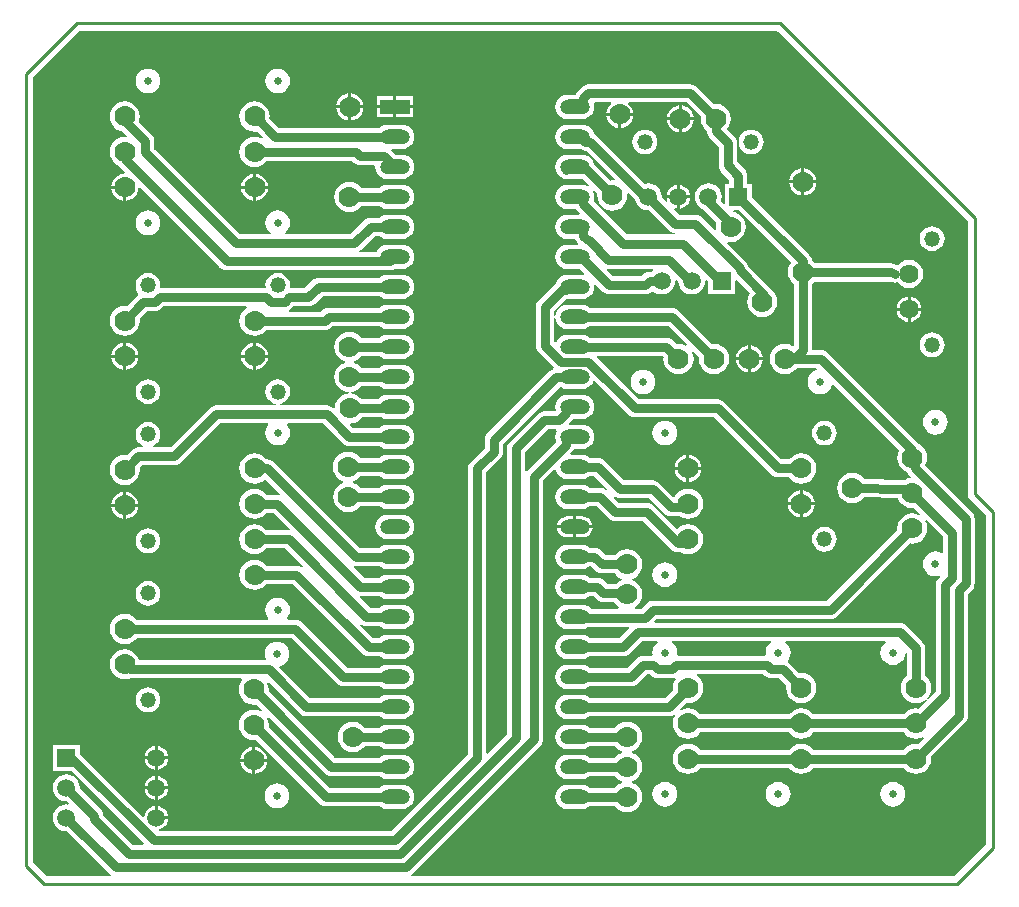
<source format=gbl>
%FSLAX23Y23*%
%MOMM*%
%SFA1B1*%

%IPPOS*%
%ADD10C,0.762000*%
%ADD11C,0.254000*%
%ADD12C,1.778000*%
%ADD13C,1.320038*%
%ADD14C,1.620012*%
%ADD15R,2.540000X1.270000*%
%ADD16O,2.540000X1.270000*%
%ADD17C,0.659892*%
%ADD18C,1.500124*%
%ADD19R,1.500124X1.500124*%
%LNteensyconnectionboard-1*%
%LPD*%
G36*
X88784Y106089D02*
X88762Y105918D01*
X88805Y105586*
X88933Y105277*
X89137Y105012*
X89402Y104808*
X89711Y104680*
X90043Y104637*
X90374Y104680*
X90683Y104808*
X90948Y105012*
X91152Y105277*
X91280Y105586*
X91323Y105918*
X91305Y106055*
X91426Y106114*
X91980Y105560*
X91989Y105495*
X92103Y105220*
X92284Y104984*
X92520Y104802*
X92795Y104689*
X93091Y104650*
X93138Y104656*
X94833Y102961*
X94992Y102839*
X95178Y102762*
X95368Y102737*
X95359Y102610*
X91262*
X88450Y105422*
X88492Y105525*
X88527Y105791*
X88492Y106056*
X88390Y106303*
X88388Y106306*
X88484Y106389*
X88784Y106089*
G37*
G36*
X89642Y99707D02*
D01*
X93508*
X93551Y99580*
X93427Y99485*
X93398Y99447*
X93218*
X93019Y99421*
X92833Y99344*
X92674Y99222*
X92518Y99066*
X90096*
X89574Y99588*
X89634Y99708*
X89642Y99707*
G37*
G36*
X120129Y103744D02*
Y80645D01*
X120178Y80397*
X120319Y80187*
X121653Y78852*
Y50941*
X118984Y48272*
X73058*
X73015Y48399*
X73118Y48478*
X83982Y59342*
X84104Y59501*
X84181Y59687*
X84207Y59886*
Y81794*
X85122Y82709*
X85158Y82697*
X85247Y82654*
X85345Y82418*
X85508Y82206*
X85720Y82043*
X85967Y81941*
X86233Y81906*
X87503*
X87768Y81941*
X88015Y82043*
X88170Y82162*
X88505*
X89582Y81085*
X89498Y80989*
X89411Y81056*
X89225Y81133*
X89027Y81159*
X88170*
X88015Y81278*
X87768Y81380*
X87503Y81415*
X86233*
X85967Y81380*
X85720Y81278*
X85508Y81115*
X85345Y80903*
X85243Y80656*
X85208Y80391*
X85243Y80125*
X85345Y79878*
X85508Y79666*
X85720Y79503*
X85967Y79401*
X86233Y79366*
X87503*
X87768Y79401*
X88015Y79503*
X88170Y79622*
X88708*
X89753Y78577*
X89912Y78455*
X90098Y78378*
X90297Y78352*
X92645*
X95039Y75958*
X95198Y75836*
X95384Y75759*
X95582Y75733*
X95762*
X95812Y75694*
X96121Y75566*
X96452Y75523*
X96784Y75566*
X97093Y75694*
X97358Y75898*
X97562Y76163*
X97690Y76472*
X97733Y76804*
X97690Y77135*
X97562Y77444*
X97358Y77709*
X97093Y77913*
X96784Y78041*
X96452Y78084*
X96121Y78041*
X95812Y77913*
X95547Y77709*
X95467Y77704*
X93507Y79664*
X93348Y79786*
X93162Y79863*
X92964Y79889*
X90615*
X90173Y80331*
X90256Y80427*
X90344Y80360*
X90529Y80283*
X90728Y80257*
X93153*
X94452Y78958*
X94611Y78836*
X94797Y78759*
X94996Y78733*
X95762*
X95812Y78694*
X96121Y78566*
X96452Y78523*
X96784Y78566*
X97093Y78694*
X97358Y78898*
X97562Y79163*
X97690Y79472*
X97733Y79804*
X97690Y80135*
X97562Y80444*
X97358Y80709*
X97093Y80913*
X96784Y81041*
X96452Y81084*
X96121Y81041*
X95812Y80913*
X95547Y80709*
X95343Y80444*
X95327Y80406*
X95203Y80381*
X94015Y81569*
X93856Y81691*
X93670Y81768*
X93472Y81794*
X91047*
X89367Y83474*
X89208Y83596*
X89022Y83673*
X88823Y83699*
X88170*
X88015Y83818*
X87768Y83920*
X87503Y83955*
X86535*
X86486Y84072*
X86679Y84266*
X86801Y84425*
X86810Y84446*
X87503*
X87768Y84481*
X88015Y84583*
X88227Y84746*
X88390Y84958*
X88492Y85205*
X88527Y85471*
X88492Y85736*
X88390Y85983*
X88227Y86195*
X88015Y86358*
X87768Y86460*
X87503Y86495*
X86413*
X86364Y86613*
X86679Y86927*
X86724Y86986*
X87503*
X87768Y87021*
X88015Y87123*
X88227Y87286*
X88390Y87498*
X88492Y87745*
X88527Y88011*
X88492Y88276*
X88390Y88523*
X88227Y88735*
X88015Y88898*
X87768Y89000*
X87503Y89035*
X86233*
X85967Y89000*
X85720Y88898*
X85508Y88735*
X85345Y88523*
X85243Y88276*
X85208Y88011*
X85242Y87751*
X85237Y87738*
X85153Y87636*
X84293*
X84094Y87610*
X83909Y87533*
X83749Y87411*
X81371Y85033*
X81249Y84873*
X81172Y84688*
X81146Y84489*
Y60296*
X79498Y58649*
X79381Y58698*
Y82485*
X80553Y83657*
X80675Y83816*
X80752Y84002*
X80778Y84201*
Y84898*
X85611Y89731*
X85631*
X85720Y89663*
X85967Y89561*
X86233Y89526*
X87503*
X87768Y89561*
X88015Y89663*
X88227Y89826*
X88390Y90038*
X88444Y90169*
X88569Y90193*
X91422Y87340*
X91581Y87218*
X91767Y87141*
X91966Y87115*
X98649*
X103503Y82260*
X103663Y82138*
X103848Y82061*
X104047Y82035*
X105033*
X105139Y81898*
X105404Y81694*
X105713Y81566*
X106045Y81523*
X106376Y81566*
X106685Y81694*
X106950Y81898*
X107154Y82163*
X107282Y82472*
X107325Y82804*
X107282Y83135*
X107154Y83444*
X106950Y83709*
X106685Y83913*
X106376Y84041*
X106045Y84084*
X105713Y84041*
X105404Y83913*
X105139Y83709*
X105033Y83572*
X104365*
X99511Y88427*
X99351Y88549*
X99166Y88626*
X98967Y88652*
X92284*
X88731Y92205*
X88780Y92322*
X94298*
X94386Y92225*
X94367Y92075*
X94410Y91743*
X94538Y91434*
X94742Y91169*
X95007Y90965*
X95316Y90837*
X95648Y90794*
X95979Y90837*
X96288Y90965*
X96553Y91169*
X96757Y91434*
X96885Y91743*
X96928Y92075*
X96885Y92406*
X96768Y92687*
X96876Y92759*
X97389Y92246*
X97367Y92075*
X97410Y91743*
X97538Y91434*
X97742Y91169*
X98007Y90965*
X98316Y90837*
X98648Y90794*
X98979Y90837*
X99288Y90965*
X99553Y91169*
X99757Y91434*
X99885Y91743*
X99928Y92075*
X99885Y92406*
X99757Y92715*
X99553Y92980*
X99288Y93184*
X98979Y93312*
X98648Y93355*
X98476Y93333*
X95635Y96174*
X95476Y96296*
X95290Y96373*
X95092Y96399*
X88170*
X88015Y96518*
X87768Y96620*
X87503Y96655*
X86233*
X85967Y96620*
X85720Y96518*
X85508Y96355*
X85345Y96143*
X85243Y95896*
X85223Y95747*
X85096Y95755*
Y96150*
X86108Y97162*
X86233Y97146*
X87503*
X87768Y97181*
X88015Y97283*
X88227Y97446*
X88390Y97658*
X88492Y97905*
X88527Y98171*
X88510Y98299*
X88631Y98358*
X89235Y97754*
X89394Y97632*
X89579Y97555*
X89778Y97529*
X92837*
X93035Y97555*
X93221Y97632*
X93380Y97754*
X93467Y97841*
X93663Y97691*
X93938Y97577*
X94234Y97538*
X94529Y97577*
X94804Y97691*
X95040Y97872*
X95221Y98108*
X95335Y98383*
X95374Y98679*
X95372Y98696*
X95486Y98752*
X95644Y98594*
X95672Y98383*
X95786Y98108*
X95967Y97872*
X96203Y97691*
X96478Y97577*
X96774Y97538*
X97069Y97577*
X97344Y97691*
X97580Y97872*
X97762Y98108*
X97875Y98383*
X97914Y98679*
X97912Y98696*
X98026Y98752*
X98182Y98596*
Y97547*
X100445*
Y98693*
X100562Y98741*
X101689Y97614*
X101633Y97541*
X101505Y97232*
X101462Y96901*
X101505Y96569*
X101633Y96260*
X101837Y95995*
X102102Y95791*
X102411Y95663*
X102743Y95620*
X103074Y95663*
X103383Y95791*
X103648Y95995*
X103852Y96260*
X103980Y96569*
X104023Y96901*
X103980Y97232*
X103852Y97541*
X103648Y97806*
X103542Y97888*
X103535Y97905*
X103413Y98064*
X101573Y99904*
X101568Y99943*
X101491Y100128*
X101369Y100288*
X99776Y101881*
X99835Y102001*
X100076Y101970*
X100407Y102013*
X100716Y102141*
X100981Y102345*
X101185Y102610*
X101313Y102919*
X101356Y103251*
X101313Y103582*
X101185Y103891*
X100981Y104156*
X100716Y104360*
X100407Y104488*
X100248Y104509*
X100235Y104532*
X100308Y104659*
X100754*
X105180Y100234*
X105062Y100081*
X104934Y99772*
X104891Y99441*
X104934Y99109*
X105062Y98800*
X105266Y98535*
X105403Y98430*
Y93256*
X105324Y93206*
X105276Y93189*
X104979Y93312*
X104648Y93355*
X104316Y93312*
X104007Y93184*
X103742Y92980*
X103538Y92715*
X103410Y92406*
X103367Y92075*
X103410Y91743*
X103538Y91434*
X103742Y91169*
X104007Y90965*
X104316Y90837*
X104648Y90794*
X104979Y90837*
X105288Y90965*
X105553Y91169*
X105658Y91306*
X107326*
X107366Y91256*
X107368Y91230*
X107327Y91109*
X107122Y91024*
X106905Y90857*
X106738Y90639*
X106633Y90386*
X106597Y90115*
X106633Y89843*
X106738Y89590*
X106905Y89372*
X107122Y89205*
X107376Y89100*
X107647Y89065*
X107919Y89100*
X108173Y89205*
X108390Y89372*
X108557Y89590*
X108662Y89843*
X108664Y89861*
X108784Y89902*
X114330Y84356*
X114205Y84055*
X114162Y83723*
X114205Y83392*
X114333Y83083*
X114537Y82818*
X114802Y82614*
X114939Y82557*
X114971Y82480*
X115094Y82320*
X115312Y82102*
X115271Y81982*
X115111Y81961*
X114802Y81833*
X114756Y81797*
X111395Y81887*
X111268Y82051*
X111003Y82255*
X110694Y82383*
X110363Y82427*
X110031Y82383*
X109722Y82255*
X109457Y82051*
X109253Y81786*
X109125Y81477*
X109082Y81146*
X109125Y80814*
X109253Y80505*
X109457Y80240*
X109722Y80036*
X110031Y79908*
X110363Y79865*
X110694Y79908*
X111003Y80036*
X111268Y80240*
X111353Y80350*
X114255Y80273*
X114333Y80083*
X114537Y79818*
X114802Y79614*
X115111Y79486*
X115443Y79443*
X115614Y79465*
X116127Y78952*
X116055Y78844*
X115774Y78961*
X115443Y79004*
X115111Y78961*
X114802Y78833*
X114537Y78629*
X114333Y78364*
X114205Y78055*
X114162Y77724*
X114184Y77552*
X108204Y71572*
X93469*
X93271Y71546*
X93085Y71469*
X92926Y71347*
X92508Y70928*
X92009*
X91966Y71055*
X92193Y71230*
X92397Y71495*
X92524Y71804*
X92568Y72136*
X92524Y72467*
X92397Y72776*
X92193Y73041*
X91928Y73245*
X91706Y73337*
Y73474*
X91928Y73566*
X92193Y73770*
X92397Y74035*
X92524Y74344*
X92568Y74676*
X92524Y75007*
X92397Y75316*
X92193Y75581*
X91928Y75785*
X91619Y75913*
X91287Y75956*
X90956Y75913*
X90647Y75785*
X90381Y75581*
X90276Y75444*
X89472*
X89062Y75854*
X88903Y75976*
X88717Y76053*
X88519Y76079*
X88170*
X88015Y76198*
X87768Y76300*
X87503Y76335*
X86233*
X85967Y76300*
X85720Y76198*
X85508Y76035*
X85345Y75823*
X85243Y75576*
X85208Y75311*
X85243Y75045*
X85345Y74798*
X85508Y74586*
X85720Y74423*
X85967Y74321*
X86233Y74286*
X87503*
X87768Y74321*
X88015Y74423*
X88170Y74542*
X88200*
X88610Y74132*
X88769Y74010*
X88955Y73933*
X89154Y73907*
X90276*
X90381Y73770*
X90647Y73566*
X90869Y73474*
Y73337*
X90647Y73245*
X90381Y73041*
X90373Y73031*
X89599*
X89316Y73314*
X89157Y73436*
X88971Y73513*
X88773Y73539*
X88170*
X88015Y73658*
X87768Y73760*
X87503Y73795*
X86233*
X85967Y73760*
X85720Y73658*
X85508Y73495*
X85345Y73283*
X85243Y73036*
X85208Y72771*
X85243Y72505*
X85345Y72258*
X85508Y72046*
X85720Y71883*
X85967Y71781*
X86233Y71746*
X87503*
X87768Y71781*
X88015Y71883*
X88170Y72002*
X88454*
X88737Y71719*
X88896Y71597*
X89082Y71520*
X89281Y71494*
X90179*
X90381Y71230*
X90608Y71055*
X90565Y70928*
X88247*
X88227Y70955*
X88015Y71118*
X87768Y71220*
X87503Y71255*
X86233*
X85967Y71220*
X85720Y71118*
X85508Y70955*
X85345Y70743*
X85243Y70496*
X85208Y70231*
X85243Y69965*
X85345Y69718*
X85508Y69506*
X85720Y69343*
X85967Y69241*
X86233Y69206*
X87503*
X87768Y69241*
X88015Y69343*
X88078Y69391*
X91430*
X91479Y69274*
X90664Y68459*
X88170*
X88015Y68578*
X87768Y68680*
X87503Y68715*
X86233*
X85967Y68680*
X85720Y68578*
X85508Y68415*
X85345Y68203*
X85243Y67956*
X85208Y67691*
X85243Y67425*
X85345Y67178*
X85508Y66966*
X85720Y66803*
X85967Y66701*
X86233Y66666*
X87503*
X87768Y66701*
X88015Y66803*
X88170Y66922*
X90982*
X91181Y66948*
X91367Y67025*
X91526Y67147*
X92571Y68192*
X93849*
X93892Y68065*
X93750Y67956*
X93583Y67739*
X93478Y67485*
X93443Y67213*
X93462Y67062*
X93351Y66935*
X92684*
X92485Y66909*
X92300Y66832*
X92141Y66710*
X91350Y65919*
X88170*
X88015Y66038*
X87768Y66140*
X87503Y66175*
X86233*
X85967Y66140*
X85720Y66038*
X85508Y65875*
X85345Y65663*
X85243Y65416*
X85208Y65151*
X85243Y64885*
X85345Y64638*
X85508Y64426*
X85720Y64263*
X85967Y64161*
X86233Y64126*
X87503*
X87768Y64161*
X88015Y64263*
X88170Y64382*
X91668*
X91867Y64408*
X92052Y64485*
X92212Y64607*
X93002Y65398*
X93210*
X93360Y65248*
X93519Y65126*
X93704Y65049*
X93904Y65023*
X95082*
X95280Y65049*
X95357Y65081*
X95437Y64977*
X95343Y64854*
X95215Y64545*
X95172Y64213*
X95194Y64042*
X94531Y63379*
X88170*
X88015Y63498*
X87768Y63600*
X87503Y63635*
X86233*
X85967Y63600*
X85720Y63498*
X85508Y63335*
X85345Y63123*
X85243Y62876*
X85208Y62611*
X85243Y62345*
X85345Y62098*
X85508Y61886*
X85720Y61723*
X85967Y61621*
X86233Y61586*
X87503*
X87768Y61621*
X88015Y61723*
X88170Y61842*
X94849*
X95048Y61868*
X95234Y61945*
X95280Y61980*
X95371Y61890*
X95343Y61854*
X95215Y61545*
X95172Y61214*
X95215Y60882*
X95343Y60573*
X95547Y60308*
X95812Y60104*
X96121Y59976*
X96452Y59933*
X96784Y59976*
X97093Y60104*
X97358Y60308*
X97464Y60445*
X105033*
X105139Y60308*
X105404Y60104*
X105713Y59976*
X106045Y59933*
X106376Y59976*
X106685Y60104*
X106950Y60308*
X107056Y60445*
X114746*
X114851Y60308*
X115116Y60104*
X115425Y59976*
X115756Y59933*
X116088Y59976*
X116369Y60093*
X116441Y59985*
X115928Y59472*
X115756Y59494*
X115425Y59451*
X115116Y59323*
X114851Y59119*
X114746Y58982*
X107056*
X106950Y59119*
X106685Y59323*
X106376Y59451*
X106045Y59494*
X105713Y59451*
X105404Y59323*
X105139Y59119*
X105033Y58982*
X97464*
X97358Y59119*
X97093Y59323*
X96784Y59451*
X96452Y59494*
X96121Y59451*
X95812Y59323*
X95547Y59119*
X95343Y58854*
X95215Y58545*
X95172Y58214*
X95215Y57882*
X95343Y57573*
X95547Y57308*
X95812Y57104*
X96121Y56976*
X96452Y56933*
X96784Y56976*
X97093Y57104*
X97358Y57308*
X97464Y57445*
X105033*
X105139Y57308*
X105404Y57104*
X105713Y56976*
X106045Y56933*
X106376Y56976*
X106685Y57104*
X106950Y57308*
X107056Y57445*
X114746*
X114851Y57308*
X115116Y57104*
X115425Y56976*
X115756Y56933*
X116088Y56976*
X116397Y57104*
X116662Y57308*
X116866Y57573*
X116994Y57882*
X117037Y58214*
X117015Y58385*
X119923Y61293*
X120045Y61452*
X120122Y61638*
X120148Y61837*
Y72167*
X120511Y72529*
X120633Y72689*
X120710Y72874*
X120736Y73073*
Y78533*
X120710Y78732*
X120633Y78918*
X120511Y79077*
X116531Y83056*
X116552Y83083*
X116680Y83392*
X116723Y83723*
X116680Y84055*
X116552Y84364*
X116348Y84629*
X116083Y84833*
X115987Y84873*
X115986Y84874*
X108242Y92618*
X108083Y92740*
X107897Y92817*
X107699Y92843*
X106940*
Y98430*
X107077Y98535*
X107146Y98624*
X113604*
X113604*
X113789Y98547*
X113989Y98521*
X114187Y98547*
X114210Y98557*
X114318Y98416*
X114567Y98225*
X114857Y98105*
X115168Y98064*
X115479Y98105*
X115768Y98225*
X116017Y98416*
X116208Y98665*
X116328Y98955*
X116369Y99265*
X116328Y99576*
X116208Y99866*
X116017Y100115*
X115768Y100306*
X115479Y100426*
X115168Y100467*
X114857Y100426*
X114567Y100306*
X114318Y100115*
X114238Y100011*
X114187Y100032*
X114061Y100049*
X114049Y100058*
X113863Y100135*
X113665Y100161*
X107219*
X107077Y100346*
X106922Y100465*
X106914Y100528*
X106837Y100714*
X106715Y100873*
X101842Y105747*
Y106922*
X101479*
Y107569*
X101453Y107767*
X101376Y107953*
X101254Y108112*
X100590Y108776*
Y110363*
X100564Y110561*
X100487Y110747*
X100365Y110906*
X99742Y111529*
X99915Y111754*
X100043Y112063*
X100086Y112395*
X100043Y112726*
X99915Y113035*
X99711Y113300*
X99446Y113504*
X99137Y113632*
X98806Y113675*
X98634Y113653*
X97190Y115097*
X97031Y115219*
X96845Y115296*
X96647Y115322*
X88011*
X87812Y115296*
X87626Y115219*
X87467Y115097*
X87056Y114686*
X86934Y114527*
X86896Y114435*
X86233*
X85967Y114400*
X85720Y114298*
X85508Y114135*
X85345Y113923*
X85243Y113676*
X85208Y113411*
X85243Y113145*
X85345Y112898*
X85508Y112686*
X85720Y112523*
X85967Y112421*
X86233Y112386*
X87503*
X87768Y112421*
X88015Y112523*
X88227Y112686*
X88390Y112898*
X88492Y113145*
X88527Y113411*
X88495Y113658*
X88514Y113714*
X88561Y113785*
X89907*
X89950Y113658*
X89862Y113591*
X89679Y113352*
X89564Y113074*
X89541Y112903*
X91814*
X91791Y113074*
X91676Y113352*
X91493Y113591*
X91405Y113658*
X91448Y113785*
X96328*
X97547Y112566*
X97525Y112395*
X97568Y112063*
X97696Y111754*
X97900Y111489*
X98037Y111383*
Y111379*
X98063Y111180*
X98140Y110994*
X98262Y110835*
X99053Y110044*
Y108458*
X99079Y108259*
X99156Y108073*
X99278Y107914*
X99942Y107250*
Y106922*
X99579*
Y105253*
X99462Y105205*
X99243Y105424*
X99272Y105495*
X99311Y105791*
X99272Y106086*
X99158Y106361*
X98977Y106597*
X98741Y106779*
X98466Y106892*
X98171Y106931*
X97875Y106892*
X97600Y106779*
X97364Y106597*
X97183Y106361*
X97069Y106086*
X97030Y105791*
X97069Y105495*
X97183Y105220*
X97364Y104984*
X97600Y104802*
X97754Y104739*
X98860Y103634*
X98838Y103582*
X98795Y103251*
X98826Y103010*
X98706Y102951*
X97609Y104048*
X97449Y104170*
X97264Y104247*
X97065Y104273*
X95695*
X95240Y104728*
X95312Y104836*
X95368Y104812*
X95504Y104795*
Y105664*
X94635*
X94652Y105528*
X94676Y105472*
X94568Y105400*
X94225Y105743*
X94231Y105791*
X94192Y106086*
X94079Y106361*
X93897Y106597*
X93661Y106779*
X93386Y106892*
X93091Y106931*
X92818Y106895*
X88691Y111022*
X88532Y111145*
X88480Y111166*
X88390Y111383*
X88227Y111595*
X88015Y111758*
X87768Y111860*
X87503Y111895*
X86233*
X85967Y111860*
X85720Y111758*
X85508Y111595*
X85345Y111383*
X85243Y111136*
X85208Y110871*
X85243Y110605*
X85345Y110358*
X85508Y110146*
X85720Y109983*
X85967Y109881*
X86233Y109846*
X87330*
X87372Y109813*
X87558Y109737*
X87757Y109710*
X87830*
X90239Y107301*
X90180Y107180*
X90043Y107198*
X89871Y107176*
X88499Y108548*
X88492Y108596*
X88390Y108843*
X88227Y109055*
X88015Y109218*
X87768Y109320*
X87503Y109355*
X86233*
X85967Y109320*
X85720Y109218*
X85508Y109055*
X85345Y108843*
X85243Y108596*
X85208Y108331*
X85243Y108065*
X85345Y107818*
X85508Y107606*
X85720Y107443*
X85967Y107341*
X86233Y107306*
X87503*
X87560Y107313*
X88101Y106772*
X88017Y106676*
X88015Y106678*
X87768Y106780*
X87503Y106815*
X86233*
X85967Y106780*
X85720Y106678*
X85508Y106515*
X85345Y106303*
X85243Y106056*
X85208Y105791*
X85243Y105525*
X85345Y105278*
X85508Y105066*
X85720Y104903*
X85967Y104801*
X86233Y104766*
X86961*
X87056Y104642*
X87305Y104392*
X87257Y104275*
X86233*
X85967Y104240*
X85720Y104138*
X85508Y103975*
X85345Y103763*
X85243Y103516*
X85208Y103251*
X85243Y102985*
X85345Y102738*
X85508Y102526*
X85720Y102363*
X85967Y102261*
X86233Y102226*
X86896*
X86934Y102134*
X87056Y101975*
X87178Y101852*
X87130Y101735*
X86233*
X85967Y101700*
X85720Y101598*
X85508Y101435*
X85345Y101223*
X85243Y100976*
X85208Y100711*
X85243Y100445*
X85345Y100198*
X85508Y99986*
X85720Y99823*
X85967Y99721*
X86233Y99686*
X87303*
X87690Y99299*
X87631Y99178*
X87503Y99195*
X86233*
X85967Y99160*
X85720Y99058*
X85508Y98895*
X85345Y98683*
X85265Y98490*
X85251Y98479*
X83784Y97012*
X83662Y96853*
X83585Y96668*
X83559Y96469*
Y93199*
X83585Y93001*
X83662Y92815*
X83784Y92656*
X85074Y91366*
X85077Y91347*
X85040Y91220*
X84908Y91165*
X84749Y91043*
X79466Y85760*
X79344Y85601*
X79267Y85415*
X79241Y85217*
Y84519*
X78069Y83347*
X77947Y83188*
X77870Y83002*
X77844Y82804*
Y58611*
X71309Y52076*
X51646*
X51630Y52097*
X51689Y52233*
X51697Y52234*
X51941Y52335*
X52151Y52496*
X52312Y52706*
X52413Y52950*
X52430Y53086*
X51435*
Y53213*
X51308*
Y54208*
X51172Y54191*
X50928Y54090*
X50718Y53929*
X50557Y53719*
X50456Y53475*
X50438Y53337*
X50304Y53291*
X44946Y58650*
Y59424*
X42683*
Y57161*
X44260*
X50371Y51050*
X50323Y50933*
X49467*
X46931Y53470*
X46914Y53594*
X46837Y53780*
X46715Y53939*
Y53939*
X44949Y55705*
X44955Y55753*
X44916Y56048*
X44803Y56323*
X44621Y56559*
X44385Y56741*
X44110Y56854*
X43815Y56893*
X43519Y56854*
X43244Y56741*
X43008Y56559*
X42827Y56323*
X42713Y56048*
X42674Y55753*
X42713Y55457*
X42827Y55182*
X43008Y54946*
X43244Y54765*
X43519Y54651*
X43815Y54612*
X43862Y54618*
X44027Y54454*
X43967Y54333*
X43815Y54353*
X43519Y54314*
X43244Y54200*
X43008Y54019*
X42827Y53783*
X42713Y53508*
X42674Y53213*
X42713Y52917*
X42827Y52642*
X43008Y52406*
X43244Y52224*
X43519Y52111*
X43815Y52072*
X43862Y52078*
X47462Y48478*
X47565Y48399*
X47522Y48272*
X42178*
X41605Y48844*
X41033Y49417*
Y115936*
X44972Y119875*
X103998*
X120129Y103744*
G37*
G36*
X85243Y95365D02*
X85345Y95118D01*
X85508Y94906*
X85720Y94743*
X85967Y94641*
X86233Y94606*
X87503*
X87768Y94641*
X88015Y94743*
X88170Y94862*
X94773*
X96332Y93303*
X96260Y93195*
X95979Y93312*
X95648Y93355*
X95476Y93333*
X95175Y93634*
X95016Y93756*
X94830Y93833*
X94632Y93859*
X88170*
X88015Y93978*
X87768Y94080*
X87503Y94115*
X86233*
X85967Y94080*
X85720Y93978*
X85508Y93815*
X85345Y93603*
X85303Y93502*
X85174Y93474*
X85096Y93542*
Y95506*
X85223Y95514*
X85243Y95365*
G37*
G36*
X85307Y86065D02*
X85340Y85972D01*
X85243Y85736*
X85208Y85471*
X85243Y85205*
X85302Y85062*
X82895Y82656*
X82810Y82545*
X82683Y82588*
Y84171*
X84611Y86099*
X85290*
X85307Y86065*
G37*
G36*
X118056Y77023D02*
Y75678D01*
X117942Y75622*
X117928Y75633*
X117674Y75738*
X117403Y75774*
X117131Y75738*
X116878Y75633*
X116660Y75466*
X116493Y75249*
X116388Y74995*
X116353Y74724*
X116388Y74452*
X116493Y74198*
X116660Y73981*
X116878Y73814*
X117131Y73709*
X117403Y73673*
X117674Y73709*
X117754Y73742*
X117826Y73635*
X117693Y73502*
X117571Y73343*
X117494Y73157*
X117468Y72958*
Y63945*
X116795Y63271*
X116699Y63355*
X116866Y63573*
X116994Y63882*
X117037Y64213*
X116994Y64545*
X116866Y64854*
X116662Y65119*
X116525Y65224*
Y67580*
X116499Y67779*
X116422Y67964*
X116300Y68123*
X114919Y69504*
X114760Y69626*
X114575Y69703*
X114376Y69729*
X93648*
X93599Y69846*
X93788Y70035*
X108523*
X108721Y70061*
X108907Y70138*
X109066Y70260*
X115271Y76465*
X115443Y76443*
X115774Y76486*
X116083Y76614*
X116348Y76818*
X116552Y77083*
X116680Y77392*
X116723Y77724*
X116680Y78055*
X116563Y78336*
X116671Y78408*
X118056Y77023*
G37*
G36*
X103484Y68065D02*
X103342Y67956D01*
X103175Y67739*
X103070Y67485*
X103035Y67213*
X103054Y67062*
X102943Y66935*
X95634*
X95523Y67062*
X95542Y67213*
X95507Y67485*
X95402Y67739*
X95235Y67956*
X95093Y68065*
X95136Y68192*
X103441*
X103484Y68065*
G37*
G36*
X113196D02*
X113054Y67956D01*
X112887Y67739*
X112782Y67485*
X112747Y67213*
X112782Y66942*
X112887Y66688*
X113054Y66471*
X113272Y66304*
X113525Y66199*
X113797Y66163*
X114068Y66199*
X114321Y66304*
X114539Y66471*
X114706Y66688*
X114811Y66942*
X114833Y67112*
X114970Y67177*
X114988Y67165*
Y65224*
X114851Y65119*
X114647Y64854*
X114519Y64545*
X114476Y64213*
X114519Y63882*
X114647Y63573*
X114851Y63308*
X115116Y63104*
X115425Y62976*
X115756Y62933*
X116088Y62976*
X116397Y63104*
X116615Y63271*
X116699Y63175*
X115987Y62464*
X115756Y62494*
X115425Y62451*
X115116Y62323*
X114851Y62119*
X114746Y61982*
X107056*
X106950Y62119*
X106685Y62323*
X106376Y62451*
X106045Y62494*
X105713Y62451*
X105404Y62323*
X105139Y62119*
X105033Y61982*
X97464*
X97358Y62119*
X97093Y62323*
X96784Y62451*
X96452Y62494*
X96121Y62451*
X95840Y62334*
X95768Y62442*
X96281Y62955*
X96452Y62933*
X96784Y62976*
X97093Y63104*
X97358Y63308*
X97562Y63573*
X97690Y63882*
X97733Y64213*
X97690Y64545*
X97562Y64854*
X97358Y65119*
X97161Y65271*
X97204Y65398*
X102802*
X102952Y65248*
X103111Y65126*
X103296Y65049*
X103496Y65023*
X104148*
X104786Y64385*
X104764Y64213*
X104807Y63882*
X104935Y63573*
X105139Y63308*
X105404Y63104*
X105713Y62976*
X106045Y62933*
X106376Y62976*
X106685Y63104*
X106950Y63308*
X107154Y63573*
X107282Y63882*
X107325Y64213*
X107282Y64545*
X107154Y64854*
X106950Y65119*
X106685Y65323*
X106376Y65451*
X106045Y65494*
X105873Y65472*
X105010Y66335*
X104930Y66396*
X104900Y66563*
X104903Y66571*
X104994Y66688*
X105099Y66942*
X105134Y67213*
X105099Y67485*
X104994Y67739*
X104827Y67956*
X104685Y68065*
X104728Y68192*
X113153*
X113196Y68065*
G37*
%LNteensyconnectionboard-2*%
%LPC*%
G36*
X61716Y116651D02*
X61445Y116615D01*
X61192Y116510*
X60974Y116343*
X60807Y116126*
X60702Y115872*
X60667Y115600*
X60702Y115329*
X60807Y115075*
X60974Y114858*
X61192Y114691*
X61445Y114586*
X61716Y114550*
X61988Y114586*
X62241Y114691*
X62459Y114858*
X62626Y115075*
X62731Y115329*
X62766Y115600*
X62731Y115872*
X62626Y116126*
X62459Y116343*
X62241Y116510*
X61988Y116615*
X61716Y116651*
G37*
G36*
X50728D02*
X50456Y116615D01*
X50203Y116510*
X49985Y116343*
X49818Y116126*
X49713Y115872*
X49678Y115600*
X49713Y115329*
X49818Y115075*
X49985Y114858*
X50203Y114691*
X50456Y114586*
X50728Y114550*
X50999Y114586*
X51252Y114691*
X51470Y114858*
X51637Y115075*
X51742Y115329*
X51777Y115600*
X51742Y115872*
X51637Y116126*
X51470Y116343*
X51252Y116510*
X50999Y116615*
X50728Y116651*
G37*
G36*
X73152Y114300D02*
X71755D01*
Y113538*
X73152*
Y114300*
G37*
G36*
X71501D02*
X70104D01*
Y113538*
X71501*
Y114300*
G37*
G36*
X67945Y114547D02*
Y113538D01*
X68954*
X68931Y113709*
X68816Y113987*
X68633Y114226*
X68394Y114409*
X68116Y114524*
X67945Y114547*
G37*
G36*
X67691D02*
X67519Y114524D01*
X67241Y114409*
X67002Y114226*
X66819Y113987*
X66704Y113709*
X66681Y113538*
X67691*
Y114547*
G37*
G36*
X95933Y113531D02*
Y112522D01*
X96942*
X96919Y112693*
X96804Y112971*
X96621Y113210*
X96382Y113393*
X96104Y113508*
X95933Y113531*
G37*
G36*
X95679D02*
X95507Y113508D01*
X95229Y113393*
X94990Y113210*
X94807Y112971*
X94692Y112693*
X94669Y112522*
X95679*
Y113531*
G37*
G36*
X73152Y113284D02*
X71755D01*
Y112522*
X73152*
Y113284*
G37*
G36*
X71501D02*
X70104D01*
Y112522*
X71501*
Y113284*
G37*
G36*
X68954D02*
X67945D01*
Y112274*
X68116Y112297*
X68394Y112412*
X68633Y112595*
X68816Y112834*
X68931Y113112*
X68954Y113284*
G37*
G36*
X67691D02*
X66681D01*
X66704Y113112*
X66819Y112834*
X67002Y112595*
X67241Y112412*
X67519Y112297*
X67691Y112274*
Y113284*
G37*
G36*
X91814Y112649D02*
X90805D01*
Y111639*
X90976Y111662*
X91254Y111777*
X91493Y111960*
X91676Y112199*
X91791Y112477*
X91814Y112649*
G37*
G36*
X90551D02*
X89541D01*
X89564Y112477*
X89679Y112199*
X89862Y111960*
X90101Y111777*
X90379Y111662*
X90551Y111639*
Y112649*
G37*
G36*
X96942Y112268D02*
X95933D01*
Y111258*
X96104Y111281*
X96382Y111396*
X96621Y111579*
X96804Y111818*
X96919Y112096*
X96942Y112268*
G37*
G36*
X95679D02*
X94669D01*
X94692Y112096*
X94807Y111818*
X94990Y111579*
X95229Y111396*
X95507Y111281*
X95679Y111258*
Y112268*
G37*
G36*
X48768Y113881D02*
X48436Y113838D01*
X48127Y113710*
X47862Y113506*
X47658Y113241*
X47530Y112932*
X47487Y112600*
X47530Y112269*
X47658Y111960*
X47862Y111695*
X48127Y111491*
X48436Y111363*
X48562Y111346*
X48927Y110982*
X48871Y110868*
X48768Y110881*
X48436Y110838*
X48127Y110710*
X47862Y110506*
X47658Y110241*
X47530Y109932*
X47487Y109601*
X47530Y109269*
X47658Y108960*
X47862Y108695*
X48127Y108491*
X48191Y108464*
X48224Y108422*
X48773Y107874*
X48719Y107747*
X48469Y107714*
X48191Y107599*
X47952Y107416*
X47769Y107177*
X47654Y106899*
X47631Y106728*
X48768*
Y106601*
X48895*
Y105464*
X49066Y105487*
X49344Y105602*
X49583Y105785*
X49766Y106024*
X49881Y106302*
X49914Y106553*
X50041Y106606*
X56860Y99786*
X57019Y99664*
X57205Y99587*
X57404Y99561*
X71247*
X71445Y99587*
X71631Y99664*
X71659Y99686*
X72263*
X72528Y99721*
X72775Y99823*
X72987Y99986*
X73150Y100198*
X73252Y100445*
X73287Y100711*
X73252Y100976*
X73150Y101223*
X72987Y101435*
X72775Y101598*
X72528Y101700*
X72263Y101735*
X70993*
X70727Y101700*
X70480Y101598*
X70268Y101435*
X70105Y101223*
X70053Y101098*
X68674*
X68631Y101225*
X68742Y101310*
X69914Y102482*
X70325*
X70480Y102363*
X70727Y102261*
X70993Y102226*
X72263*
X72528Y102261*
X72775Y102363*
X72987Y102526*
X73150Y102738*
X73252Y102985*
X73287Y103251*
X73252Y103516*
X73150Y103763*
X72987Y103975*
X72775Y104138*
X72528Y104240*
X72263Y104275*
X70993*
X70727Y104240*
X70480Y104138*
X70325Y104019*
X69596*
X69397Y103993*
X69211Y103916*
X69052Y103794*
X67880Y102622*
X62360*
X62317Y102749*
X62459Y102858*
X62626Y103075*
X62731Y103329*
X62766Y103601*
X62731Y103872*
X62626Y104126*
X62459Y104343*
X62241Y104510*
X61988Y104615*
X61716Y104651*
X61445Y104615*
X61192Y104510*
X60974Y104343*
X60807Y104126*
X60702Y103872*
X60667Y103601*
X60702Y103329*
X60807Y103075*
X60974Y102858*
X61116Y102749*
X61073Y102622*
X58484*
X51227Y109879*
Y110537*
X51201Y110736*
X51124Y110922*
X51001Y111081*
X49949Y112134*
X50005Y112269*
X50048Y112600*
X50005Y112932*
X49877Y113241*
X49673Y113506*
X49408Y113710*
X49099Y113838*
X48768Y113881*
G37*
G36*
X59757D02*
X59425Y113838D01*
X59116Y113710*
X58851Y113506*
X58647Y113241*
X58519Y112932*
X58476Y112600*
X58519Y112269*
X58647Y111960*
X58851Y111695*
X59116Y111491*
X59425Y111363*
X59757Y111320*
X59928Y111342*
X60441Y110829*
X60369Y110721*
X60088Y110838*
X59757Y110881*
X59425Y110838*
X59116Y110710*
X58851Y110506*
X58647Y110241*
X58519Y109932*
X58476Y109601*
X58519Y109269*
X58647Y108960*
X58851Y108695*
X59116Y108491*
X59425Y108363*
X59757Y108320*
X60088Y108363*
X60397Y108491*
X60662Y108695*
X60767Y108832*
X68007*
X68163Y108676*
X68322Y108554*
X68508Y108477*
X68707Y108451*
X69887*
X69971Y108355*
X69968Y108331*
X70003Y108065*
X70105Y107818*
X70268Y107606*
X70480Y107443*
X70727Y107341*
X70993Y107306*
X72263*
X72528Y107341*
X72775Y107443*
X72987Y107606*
X73150Y107818*
X73252Y108065*
X73287Y108331*
X73252Y108596*
X73150Y108843*
X72987Y109055*
X72775Y109218*
X72528Y109320*
X72263Y109355*
X71690*
X71326Y109719*
X71379Y109846*
X72263*
X72528Y109881*
X72775Y109983*
X72987Y110146*
X73150Y110358*
X73252Y110605*
X73287Y110871*
X73252Y111136*
X73150Y111383*
X72987Y111595*
X72775Y111758*
X72528Y111860*
X72263Y111895*
X70993*
X70727Y111860*
X70480Y111758*
X70325Y111639*
X61805*
X61015Y112429*
X61037Y112600*
X60994Y112932*
X60866Y113241*
X60662Y113506*
X60397Y113710*
X60088Y113838*
X59757Y113881*
G37*
G36*
X101805Y111484D02*
X101534Y111449D01*
X101280Y111344*
X101063Y111177*
X100896Y110959*
X100791Y110706*
X100755Y110434*
X100791Y110163*
X100896Y109910*
X101063Y109692*
X101280Y109525*
X101534Y109420*
X101805Y109385*
X102077Y109420*
X102331Y109525*
X102548Y109692*
X102715Y109910*
X102820Y110163*
X102856Y110434*
X102820Y110706*
X102715Y110959*
X102548Y111177*
X102331Y111344*
X102077Y111449*
X101805Y111484*
G37*
G36*
X92806D02*
X92534Y111449D01*
X92280Y111344*
X92063Y111177*
X91896Y110959*
X91791Y110706*
X91755Y110434*
X91791Y110163*
X91896Y109910*
X92063Y109692*
X92280Y109525*
X92534Y109420*
X92806Y109385*
X93077Y109420*
X93331Y109525*
X93548Y109692*
X93715Y109910*
X93820Y110163*
X93856Y110434*
X93820Y110706*
X93715Y110959*
X93548Y111177*
X93331Y111344*
X93077Y111449*
X92806Y111484*
G37*
G36*
X106299Y108197D02*
Y107188D01*
X107308*
X107285Y107359*
X107170Y107637*
X106987Y107876*
X106748Y108059*
X106470Y108174*
X106299Y108197*
G37*
G36*
X106045D02*
X105873Y108174D01*
X105595Y108059*
X105356Y107876*
X105173Y107637*
X105058Y107359*
X105035Y107188*
X106045*
Y108197*
G37*
G36*
X59884Y107737D02*
Y106728D01*
X60893*
X60870Y106899*
X60755Y107177*
X60572Y107416*
X60333Y107599*
X60055Y107714*
X59884Y107737*
G37*
G36*
X59630D02*
X59458Y107714D01*
X59180Y107599*
X58941Y107416*
X58758Y107177*
X58643Y106899*
X58620Y106728*
X59630*
Y107737*
G37*
G36*
X107308Y106934D02*
X106299D01*
Y105924*
X106470Y105947*
X106748Y106062*
X106987Y106245*
X107170Y106484*
X107285Y106762*
X107308Y106934*
G37*
G36*
X106045D02*
X105035D01*
X105058Y106762*
X105173Y106484*
X105356Y106245*
X105595Y106062*
X105873Y105947*
X106045Y105924*
Y106934*
G37*
G36*
X95758Y106786D02*
Y105918D01*
X96626*
X96609Y106053*
X96508Y106297*
X96347Y106507*
X96137Y106668*
X95893Y106769*
X95758Y106786*
G37*
G36*
X95504D02*
X95368Y106769D01*
X95124Y106668*
X94914Y106507*
X94753Y106297*
X94652Y106053*
X94635Y105918*
X95504*
Y106786*
G37*
G36*
X60893Y106474D02*
X59884D01*
Y105464*
X60055Y105487*
X60333Y105602*
X60572Y105785*
X60755Y106024*
X60870Y106302*
X60893Y106474*
G37*
G36*
X59630D02*
X58620D01*
X58643Y106302*
X58758Y106024*
X58941Y105785*
X59180Y105602*
X59458Y105487*
X59630Y105464*
Y106474*
G37*
G36*
X48641D02*
X47631D01*
X47654Y106302*
X47769Y106024*
X47952Y105785*
X48191Y105602*
X48469Y105487*
X48641Y105464*
Y106474*
G37*
G36*
X96626Y105664D02*
X95758D01*
Y104795*
X95893Y104812*
X96137Y104913*
X96347Y105074*
X96508Y105284*
X96609Y105528*
X96626Y105664*
G37*
G36*
X67792Y107071D02*
X67461Y107028D01*
X67152Y106900*
X66886Y106696*
X66683Y106431*
X66555Y106122*
X66511Y105791*
X66555Y105459*
X66683Y105150*
X66886Y104885*
X67152Y104681*
X67461Y104553*
X67792Y104510*
X68124Y104553*
X68433Y104681*
X68698Y104885*
X68803Y105022*
X70325*
X70480Y104903*
X70727Y104801*
X70993Y104766*
X72263*
X72528Y104801*
X72775Y104903*
X72987Y105066*
X73150Y105278*
X73252Y105525*
X73287Y105791*
X73252Y106056*
X73150Y106303*
X72987Y106515*
X72775Y106678*
X72528Y106780*
X72263Y106815*
X70993*
X70727Y106780*
X70480Y106678*
X70325Y106559*
X68803*
X68698Y106696*
X68433Y106900*
X68124Y107028*
X67792Y107071*
G37*
G36*
X50728Y104651D02*
X50456Y104615D01*
X50203Y104510*
X49985Y104343*
X49818Y104126*
X49713Y103872*
X49678Y103601*
X49713Y103329*
X49818Y103075*
X49985Y102858*
X50203Y102691*
X50456Y102586*
X50728Y102550*
X50999Y102586*
X51252Y102691*
X51470Y102858*
X51637Y103075*
X51742Y103329*
X51777Y103601*
X51742Y103872*
X51637Y104126*
X51470Y104343*
X51252Y104510*
X50999Y104615*
X50728Y104651*
G37*
G36*
X117128Y103316D02*
X116856Y103280D01*
X116603Y103175*
X116385Y103008*
X116218Y102791*
X116113Y102537*
X116078Y102265*
X116113Y101994*
X116218Y101740*
X116385Y101523*
X116603Y101356*
X116856Y101251*
X117128Y101215*
X117399Y101251*
X117653Y101356*
X117870Y101523*
X118037Y101740*
X118142Y101994*
X118178Y102265*
X118142Y102537*
X118037Y102791*
X117870Y103008*
X117653Y103175*
X117399Y103280*
X117128Y103316*
G37*
G36*
X61716Y99348D02*
X61445Y99312D01*
X61192Y99207*
X60974Y99040*
X60807Y98823*
X60702Y98569*
X60667Y98298*
X60686Y98146*
X60603Y98050*
X51841*
X51758Y98146*
X51777Y98298*
X51742Y98569*
X51637Y98823*
X51470Y99040*
X51252Y99207*
X50999Y99312*
X50728Y99348*
X50456Y99312*
X50203Y99207*
X49985Y99040*
X49818Y98823*
X49713Y98569*
X49678Y98298*
X49713Y98026*
X49818Y97772*
X49909Y97655*
X49912Y97647*
X49882Y97480*
X49802Y97419*
X48939Y96556*
X48768Y96578*
X48436Y96535*
X48127Y96407*
X47862Y96203*
X47658Y95938*
X47530Y95629*
X47487Y95298*
X47530Y94966*
X47658Y94657*
X47862Y94392*
X48127Y94188*
X48436Y94060*
X48768Y94017*
X49099Y94060*
X49408Y94188*
X49673Y94392*
X49877Y94657*
X50005Y94966*
X50048Y95298*
X50026Y95469*
X50664Y96107*
X51316*
X51516Y96133*
X51701Y96210*
X51860Y96332*
X52041Y96513*
X59059*
X59089Y96386*
X58851Y96203*
X58647Y95938*
X58519Y95629*
X58476Y95298*
X58519Y94966*
X58647Y94657*
X58851Y94392*
X59116Y94188*
X59425Y94060*
X59757Y94017*
X60088Y94060*
X60397Y94188*
X60662Y94392*
X60767Y94529*
X65709*
X65908Y94555*
X66094Y94632*
X66253Y94754*
X66361Y94862*
X70325*
X70480Y94743*
X70727Y94641*
X70993Y94606*
X72263*
X72528Y94641*
X72775Y94743*
X72987Y94906*
X73150Y95118*
X73252Y95365*
X73287Y95631*
X73252Y95896*
X73150Y96143*
X72987Y96355*
X72775Y96518*
X72528Y96620*
X72263Y96655*
X70993*
X70727Y96620*
X70480Y96518*
X70325Y96399*
X66042*
X65843Y96373*
X65658Y96296*
X65499Y96174*
X65391Y96066*
X62675*
X62636Y96188*
X62690Y96210*
X62849Y96332*
X63030Y96513*
X64312*
X64511Y96539*
X64697Y96616*
X64856Y96738*
X65520Y97402*
X70325*
X70480Y97283*
X70727Y97181*
X70993Y97146*
X72263*
X72528Y97181*
X72775Y97283*
X72987Y97446*
X73150Y97658*
X73252Y97905*
X73287Y98171*
X73252Y98436*
X73150Y98683*
X72987Y98895*
X72775Y99058*
X72528Y99160*
X72263Y99195*
X70993*
X70727Y99160*
X70480Y99058*
X70325Y98939*
X65201*
X65002Y98913*
X64817Y98836*
X64658Y98714*
X63994Y98050*
X62830*
X62746Y98146*
X62766Y98298*
X62731Y98569*
X62626Y98823*
X62459Y99040*
X62241Y99207*
X61988Y99312*
X61716Y99348*
G37*
G36*
X115295Y97322D02*
Y96393D01*
X116224*
X116204Y96543*
X116097Y96802*
X115926Y97024*
X115704Y97195*
X115445Y97302*
X115295Y97322*
G37*
G36*
X115041D02*
X114890Y97302D01*
X114631Y97195*
X114409Y97024*
X114238Y96802*
X114131Y96543*
X114111Y96393*
X115041*
Y97322*
G37*
G36*
Y96139D02*
X114111D01*
X114131Y95988*
X114238Y95729*
X114409Y95507*
X114631Y95336*
X114890Y95229*
X115041Y95209*
Y96139*
G37*
G36*
X116224D02*
X115295D01*
Y95209*
X115445Y95229*
X115704Y95336*
X115926Y95507*
X116097Y95729*
X116204Y95988*
X116224Y96139*
G37*
G36*
X59884Y93434D02*
Y92425D01*
X60893*
X60870Y92596*
X60755Y92874*
X60572Y93113*
X60333Y93296*
X60055Y93411*
X59884Y93434*
G37*
G36*
X48895D02*
Y92425D01*
X49904*
X49881Y92596*
X49766Y92874*
X49583Y93113*
X49344Y93296*
X49066Y93411*
X48895Y93434*
G37*
G36*
X59630D02*
X59458Y93411D01*
X59180Y93296*
X58941Y93113*
X58758Y92874*
X58643Y92596*
X58620Y92425*
X59630*
Y93434*
G37*
G36*
X48641D02*
X48469Y93411D01*
X48191Y93296*
X47952Y93113*
X47769Y92874*
X47654Y92596*
X47631Y92425*
X48641*
Y93434*
G37*
G36*
X117128Y94316D02*
X116856Y94280D01*
X116603Y94175*
X116385Y94008*
X116218Y93791*
X116113Y93537*
X116078Y93266*
X116113Y92994*
X116218Y92740*
X116385Y92523*
X116603Y92356*
X116856Y92251*
X117128Y92215*
X117399Y92251*
X117653Y92356*
X117870Y92523*
X118037Y92740*
X118142Y92994*
X118178Y93266*
X118142Y93537*
X118037Y93791*
X117870Y94008*
X117653Y94175*
X117399Y94280*
X117128Y94316*
G37*
G36*
X101775Y93211D02*
Y92202D01*
X102784*
X102761Y92373*
X102646Y92651*
X102463Y92890*
X102224Y93073*
X101946Y93188*
X101775Y93211*
G37*
G36*
X101521D02*
X101349Y93188D01*
X101071Y93073*
X100832Y92890*
X100649Y92651*
X100534Y92373*
X100511Y92202*
X101521*
Y93211*
G37*
G36*
X67792Y94371D02*
X67461Y94328D01*
X67152Y94200*
X66886Y93996*
X66683Y93731*
X66555Y93422*
X66511Y93091*
X66555Y92759*
X66683Y92450*
X66886Y92185*
X67152Y91981*
X67374Y91889*
Y91752*
X67152Y91660*
X66886Y91456*
X66683Y91191*
X66555Y90882*
X66511Y90551*
X66555Y90219*
X66683Y89910*
X66886Y89645*
X67152Y89441*
X67461Y89313*
X67717Y89279*
Y89151*
X67486Y89121*
X67177Y88993*
X66912Y88789*
X66708Y88524*
X66580Y88215*
X66549Y87980*
X66475Y87942*
X66415Y87931*
X66271Y88041*
X66086Y88118*
X65887Y88144*
X61904*
X61895Y88271*
X61988Y88283*
X62241Y88388*
X62459Y88555*
X62626Y88773*
X62731Y89026*
X62766Y89298*
X62731Y89569*
X62626Y89823*
X62459Y90040*
X62241Y90207*
X61988Y90312*
X61716Y90348*
X61445Y90312*
X61192Y90207*
X60974Y90040*
X60807Y89823*
X60702Y89569*
X60667Y89298*
X60702Y89026*
X60807Y88773*
X60974Y88555*
X61192Y88388*
X61445Y88283*
X61538Y88271*
X61529Y88144*
X56515*
X56316Y88118*
X56130Y88041*
X55971Y87919*
X52640Y84588*
X51152*
X51127Y84715*
X51252Y84767*
X51470Y84934*
X51637Y85151*
X51742Y85405*
X51777Y85676*
X51742Y85948*
X51637Y86202*
X51470Y86419*
X51252Y86586*
X50999Y86691*
X50728Y86727*
X50456Y86691*
X50203Y86586*
X49985Y86419*
X49818Y86202*
X49713Y85948*
X49678Y85676*
X49713Y85405*
X49818Y85151*
X49985Y84934*
X50203Y84767*
X50328Y84715*
X50303Y84588*
X49911*
X49712Y84562*
X49526Y84485*
X49367Y84363*
X48939Y83935*
X48768Y83957*
X48436Y83914*
X48127Y83786*
X47862Y83582*
X47658Y83317*
X47530Y83008*
X47487Y82677*
X47530Y82345*
X47658Y82036*
X47862Y81771*
X48127Y81567*
X48436Y81439*
X48768Y81396*
X49099Y81439*
X49408Y81567*
X49673Y81771*
X49877Y82036*
X50005Y82345*
X50048Y82677*
X50026Y82848*
X50229Y83051*
X52959*
X53157Y83077*
X53343Y83154*
X53502Y83276*
X56833Y86607*
X60861*
X60923Y86480*
X60807Y86329*
X60702Y86075*
X60667Y85803*
X60702Y85532*
X60807Y85278*
X60974Y85061*
X61192Y84894*
X61445Y84789*
X61716Y84753*
X61988Y84789*
X62241Y84894*
X62459Y85061*
X62626Y85278*
X62731Y85532*
X62766Y85803*
X62731Y86075*
X62626Y86329*
X62510Y86480*
X62572Y86607*
X65569*
X67249Y84927*
X67408Y84805*
X67593Y84728*
X67792Y84702*
X70325*
X70480Y84583*
X70727Y84481*
X70993Y84446*
X72263*
X72528Y84481*
X72775Y84583*
X72987Y84746*
X73150Y84958*
X73252Y85205*
X73287Y85471*
X73252Y85736*
X73150Y85983*
X72987Y86195*
X72775Y86358*
X72528Y86460*
X72263Y86495*
X70993*
X70727Y86460*
X70480Y86358*
X70325Y86239*
X68110*
X67868Y86481*
X67914Y86615*
X68149Y86646*
X68458Y86774*
X68723Y86978*
X68829Y87115*
X70500*
X70727Y87021*
X70993Y86986*
X72263*
X72528Y87021*
X72775Y87123*
X72987Y87286*
X73150Y87498*
X73252Y87745*
X73287Y88011*
X73252Y88276*
X73150Y88523*
X72987Y88735*
X72775Y88898*
X72528Y89000*
X72263Y89035*
X70993*
X70727Y89000*
X70480Y88898*
X70268Y88735*
X70204Y88652*
X68829*
X68723Y88789*
X68458Y88993*
X68149Y89121*
X67892Y89155*
Y89283*
X68124Y89313*
X68433Y89441*
X68698Y89645*
X68803Y89782*
X70325*
X70480Y89663*
X70727Y89561*
X70993Y89526*
X72263*
X72528Y89561*
X72775Y89663*
X72987Y89826*
X73150Y90038*
X73252Y90285*
X73287Y90551*
X73252Y90816*
X73150Y91063*
X72987Y91275*
X72775Y91438*
X72528Y91540*
X72263Y91575*
X70993*
X70727Y91540*
X70480Y91438*
X70325Y91319*
X68803*
X68698Y91456*
X68433Y91660*
X68211Y91752*
Y91889*
X68433Y91981*
X68698Y92185*
X68803Y92322*
X70325*
X70480Y92203*
X70727Y92101*
X70993Y92066*
X72263*
X72528Y92101*
X72775Y92203*
X72987Y92366*
X73150Y92578*
X73252Y92825*
X73287Y93091*
X73252Y93356*
X73150Y93603*
X72987Y93815*
X72775Y93978*
X72528Y94080*
X72263Y94115*
X70993*
X70727Y94080*
X70480Y93978*
X70325Y93859*
X68803*
X68698Y93996*
X68433Y94200*
X68124Y94328*
X67792Y94371*
G37*
G36*
X60893Y92171D02*
X59884D01*
Y91161*
X60055Y91184*
X60333Y91299*
X60572Y91482*
X60755Y91721*
X60870Y91999*
X60893Y92171*
G37*
G36*
X49904D02*
X48895D01*
Y91161*
X49066Y91184*
X49344Y91299*
X49583Y91482*
X49766Y91721*
X49881Y91999*
X49904Y92171*
G37*
G36*
X59630D02*
X58620D01*
X58643Y91999*
X58758Y91721*
X58941Y91482*
X59180Y91299*
X59458Y91184*
X59630Y91161*
Y92171*
G37*
G36*
X48641D02*
X47631D01*
X47654Y91999*
X47769Y91721*
X47952Y91482*
X48191Y91299*
X48469Y91184*
X48641Y91161*
Y92171*
G37*
G36*
X102784Y91948D02*
X101775D01*
Y90938*
X101946Y90961*
X102224Y91076*
X102463Y91259*
X102646Y91498*
X102761Y91776*
X102784Y91948*
G37*
G36*
X101521D02*
X100511D01*
X100534Y91776*
X100649Y91498*
X100832Y91259*
X101071Y91076*
X101349Y90961*
X101521Y90938*
Y91948*
G37*
G36*
X92648Y91164D02*
X92376Y91129D01*
X92123Y91024*
X91905Y90857*
X91738Y90639*
X91633Y90386*
X91597Y90115*
X91633Y89843*
X91738Y89590*
X91905Y89372*
X92123Y89205*
X92376Y89100*
X92648Y89065*
X92919Y89100*
X93173Y89205*
X93390Y89372*
X93557Y89590*
X93662Y89843*
X93698Y90115*
X93662Y90386*
X93557Y90639*
X93390Y90857*
X93173Y91024*
X92919Y91129*
X92648Y91164*
G37*
G36*
X50728Y90348D02*
X50456Y90312D01*
X50203Y90207*
X49985Y90040*
X49818Y89823*
X49713Y89569*
X49678Y89298*
X49713Y89026*
X49818Y88773*
X49985Y88555*
X50203Y88388*
X50456Y88283*
X50728Y88247*
X50999Y88283*
X51252Y88388*
X51470Y88555*
X51637Y88773*
X51742Y89026*
X51777Y89298*
X51742Y89569*
X51637Y89823*
X51470Y90040*
X51252Y90207*
X50999Y90312*
X50728Y90348*
G37*
G36*
X117403Y87774D02*
X117131Y87738D01*
X116878Y87633*
X116660Y87466*
X116493Y87249*
X116388Y86995*
X116353Y86723*
X116388Y86452*
X116493Y86198*
X116660Y85981*
X116878Y85814*
X117131Y85709*
X117403Y85673*
X117674Y85709*
X117928Y85814*
X118145Y85981*
X118312Y86198*
X118417Y86452*
X118452Y86723*
X118417Y86995*
X118312Y87249*
X118145Y87466*
X117928Y87633*
X117674Y87738*
X117403Y87774*
G37*
G36*
X108005Y86854D02*
X107733Y86818D01*
X107480Y86713*
X107262Y86546*
X107095Y86329*
X106990Y86075*
X106955Y85803*
X106990Y85532*
X107095Y85278*
X107262Y85061*
X107480Y84894*
X107733Y84789*
X108005Y84753*
X108276Y84789*
X108529Y84894*
X108747Y85061*
X108914Y85278*
X109019Y85532*
X109054Y85803*
X109019Y86075*
X108914Y86329*
X108747Y86546*
X108529Y86713*
X108276Y86818*
X108005Y86854*
G37*
G36*
X94493D02*
X94221Y86818D01*
X93968Y86713*
X93750Y86546*
X93583Y86329*
X93478Y86075*
X93443Y85803*
X93478Y85532*
X93583Y85278*
X93750Y85061*
X93968Y84894*
X94221Y84789*
X94493Y84753*
X94764Y84789*
X95017Y84894*
X95235Y85061*
X95402Y85278*
X95507Y85532*
X95542Y85803*
X95507Y86075*
X95402Y86329*
X95235Y86546*
X95017Y86713*
X94764Y86818*
X94493Y86854*
G37*
G36*
X96579Y83940D02*
Y82931D01*
X97589*
X97566Y83102*
X97451Y83380*
X97268Y83619*
X97029Y83802*
X96751Y83917*
X96579Y83940*
G37*
G36*
X96325D02*
X96154Y83917D01*
X95876Y83802*
X95637Y83619*
X95454Y83380*
X95339Y83102*
X95316Y82931*
X96325*
Y83940*
G37*
G36*
X67665Y84211D02*
X67334Y84168D01*
X67025Y84040*
X66759Y83836*
X66556Y83571*
X66428Y83262*
X66384Y82931*
X66428Y82599*
X66556Y82290*
X66759Y82025*
X67025Y81821*
X67259Y81724*
Y81587*
X67050Y81500*
X66785Y81296*
X66581Y81031*
X66453Y80722*
X66410Y80391*
X66453Y80059*
X66581Y79750*
X66785Y79485*
X67050Y79281*
X67359Y79153*
X67691Y79110*
X68022Y79153*
X68331Y79281*
X68596Y79485*
X68701Y79622*
X70325*
X70480Y79503*
X70727Y79401*
X70993Y79366*
X72263*
X72528Y79401*
X72775Y79503*
X72987Y79666*
X73150Y79878*
X73252Y80125*
X73287Y80391*
X73252Y80656*
X73150Y80903*
X72987Y81115*
X72775Y81278*
X72528Y81380*
X72263Y81415*
X70993*
X70727Y81380*
X70480Y81278*
X70325Y81159*
X68701*
X68596Y81296*
X68331Y81500*
X68096Y81597*
Y81734*
X68306Y81821*
X68571Y82025*
X68676Y82162*
X70325*
X70480Y82043*
X70727Y81941*
X70993Y81906*
X72263*
X72528Y81941*
X72775Y82043*
X72987Y82206*
X73150Y82418*
X73252Y82665*
X73287Y82931*
X73252Y83196*
X73150Y83443*
X72987Y83655*
X72775Y83818*
X72528Y83920*
X72263Y83955*
X70993*
X70727Y83920*
X70480Y83818*
X70325Y83699*
X68676*
X68571Y83836*
X68306Y84040*
X67997Y84168*
X67665Y84211*
G37*
G36*
X97589Y82677D02*
X96579D01*
Y81667*
X96751Y81690*
X97029Y81805*
X97268Y81988*
X97451Y82227*
X97566Y82505*
X97589Y82677*
G37*
G36*
X96325D02*
X95316D01*
X95339Y82505*
X95454Y82227*
X95637Y81988*
X95876Y81805*
X96154Y81690*
X96325Y81667*
Y82677*
G37*
G36*
X59757Y84084D02*
X59425Y84041D01*
X59116Y83913*
X58851Y83709*
X58647Y83444*
X58519Y83135*
X58476Y82804*
X58519Y82472*
X58647Y82163*
X58851Y81898*
X59116Y81694*
X59425Y81566*
X59757Y81523*
X60088Y81566*
X60397Y81694*
X60656Y81893*
X61873Y80676*
X61813Y80556*
X61691Y80572*
X60767*
X60662Y80709*
X60397Y80913*
X60088Y81041*
X59757Y81084*
X59425Y81041*
X59116Y80913*
X58851Y80709*
X58647Y80444*
X58519Y80135*
X58476Y79804*
X58519Y79472*
X58647Y79163*
X58851Y78898*
X59116Y78694*
X59425Y78566*
X59757Y78523*
X60088Y78566*
X60397Y78694*
X60662Y78898*
X60767Y79035*
X61372*
X62717Y77690*
X62657Y77570*
X62641Y77572*
X60767*
X60662Y77709*
X60397Y77913*
X60088Y78041*
X59757Y78084*
X59425Y78041*
X59116Y77913*
X58851Y77709*
X58647Y77444*
X58519Y77135*
X58476Y76804*
X58519Y76472*
X58647Y76163*
X58851Y75898*
X59116Y75694*
X59425Y75566*
X59757Y75523*
X60088Y75566*
X60397Y75694*
X60662Y75898*
X60767Y76035*
X62323*
X63851Y74507*
X63767Y74411*
X63692Y74469*
X63506Y74546*
X63307Y74572*
X60767*
X60662Y74709*
X60397Y74913*
X60088Y75041*
X59757Y75084*
X59425Y75041*
X59116Y74913*
X58851Y74709*
X58647Y74444*
X58519Y74135*
X58476Y73804*
X58519Y73472*
X58647Y73163*
X58851Y72898*
X59116Y72694*
X59425Y72566*
X59757Y72523*
X60088Y72566*
X60397Y72694*
X60662Y72898*
X60767Y73035*
X62989*
X68877Y67147*
X69036Y67025*
X69222Y66948*
X69420Y66922*
X70325*
X70480Y66803*
X70727Y66701*
X70993Y66666*
X72263*
X72528Y66701*
X72775Y66803*
X72987Y66966*
X73150Y67178*
X73252Y67425*
X73287Y67691*
X73252Y67956*
X73150Y68203*
X72987Y68415*
X72775Y68578*
X72528Y68680*
X72263Y68715*
X70993*
X70727Y68680*
X70480Y68578*
X70325Y68459*
X69739*
X68671Y69527*
X68755Y69623*
X68830Y69565*
X69016Y69488*
X69215Y69462*
X70325*
X70480Y69343*
X70727Y69241*
X70993Y69206*
X72263*
X72528Y69241*
X72775Y69343*
X72987Y69506*
X73150Y69718*
X73252Y69965*
X73287Y70231*
X73252Y70496*
X73150Y70743*
X72987Y70955*
X72775Y71118*
X72528Y71220*
X72263Y71255*
X70993*
X70727Y71220*
X70480Y71118*
X70325Y70999*
X69533*
X68648Y71884*
X68708Y72004*
X68724Y72002*
X70325*
X70480Y71883*
X70727Y71781*
X70993Y71746*
X72263*
X72528Y71781*
X72775Y71883*
X72987Y72046*
X73150Y72258*
X73252Y72505*
X73287Y72771*
X73252Y73036*
X73150Y73283*
X72987Y73495*
X72775Y73658*
X72528Y73760*
X72263Y73795*
X70993*
X70727Y73760*
X70480Y73658*
X70325Y73539*
X69042*
X68143Y74438*
X68202Y74558*
X68326Y74542*
X70325*
X70480Y74423*
X70727Y74321*
X70993Y74286*
X72263*
X72528Y74321*
X72775Y74423*
X72987Y74586*
X73150Y74798*
X73252Y75045*
X73287Y75311*
X73252Y75576*
X73150Y75823*
X72987Y76035*
X72775Y76198*
X72528Y76300*
X72263Y76335*
X70993*
X70727Y76300*
X70480Y76198*
X70325Y76079*
X68644*
X61376Y83347*
X61217Y83469*
X61031Y83546*
X60833Y83572*
X60767*
X60662Y83709*
X60397Y83913*
X60088Y84041*
X59757Y84084*
G37*
G36*
X106172Y80940D02*
Y79931D01*
X107181*
X107158Y80102*
X107043Y80380*
X106860Y80619*
X106621Y80802*
X106343Y80917*
X106172Y80940*
G37*
G36*
X105918D02*
X105746Y80917D01*
X105468Y80802*
X105229Y80619*
X105046Y80380*
X104931Y80102*
X104908Y79931*
X105918*
Y80940*
G37*
G36*
X48895Y80813D02*
Y79804D01*
X49904*
X49881Y79975*
X49766Y80253*
X49583Y80492*
X49344Y80675*
X49066Y80790*
X48895Y80813*
G37*
G36*
X48641D02*
X48469Y80790D01*
X48191Y80675*
X47952Y80492*
X47769Y80253*
X47654Y79975*
X47631Y79804*
X48641*
Y80813*
G37*
G36*
X107181Y79677D02*
X106172D01*
Y78667*
X106343Y78690*
X106621Y78805*
X106860Y78988*
X107043Y79227*
X107158Y79505*
X107181Y79677*
G37*
G36*
X105918D02*
X104908D01*
X104931Y79505*
X105046Y79227*
X105229Y78988*
X105468Y78805*
X105746Y78690*
X105918Y78667*
Y79677*
G37*
G36*
X49904Y79550D02*
X48895D01*
Y78540*
X49066Y78563*
X49344Y78678*
X49583Y78861*
X49766Y79100*
X49881Y79378*
X49904Y79550*
G37*
G36*
X48641D02*
X47631D01*
X47654Y79378*
X47769Y79100*
X47952Y78861*
X48191Y78678*
X48469Y78563*
X48641Y78540*
Y79550*
G37*
G36*
X87503Y78747D02*
X86995D01*
Y77978*
X88382*
X88369Y78083*
X88279Y78299*
X88136Y78484*
X87951Y78627*
X87735Y78717*
X87503Y78747*
G37*
G36*
X86741D02*
X86233D01*
X86000Y78717*
X85784Y78627*
X85599Y78484*
X85456Y78299*
X85366Y78083*
X85353Y77978*
X86741*
Y78747*
G37*
G36*
X88382Y77724D02*
X86995D01*
Y76954*
X87503*
X87735Y76984*
X87951Y77074*
X88136Y77217*
X88279Y77402*
X88369Y77618*
X88382Y77724*
G37*
G36*
X86741D02*
X85353D01*
X85366Y77618*
X85456Y77402*
X85599Y77217*
X85784Y77074*
X86000Y76984*
X86233Y76954*
X86741*
Y77724*
G37*
G36*
X72263Y78875D02*
X70993D01*
X70727Y78840*
X70480Y78738*
X70268Y78575*
X70105Y78363*
X70003Y78116*
X69968Y77851*
X70003Y77585*
X70105Y77338*
X70268Y77126*
X70480Y76963*
X70727Y76861*
X70993Y76826*
X72263*
X72528Y76861*
X72775Y76963*
X72987Y77126*
X73150Y77338*
X73252Y77585*
X73287Y77851*
X73252Y78116*
X73150Y78363*
X72987Y78575*
X72775Y78738*
X72528Y78840*
X72263Y78875*
G37*
G36*
X108005Y77854D02*
X107733Y77818D01*
X107480Y77713*
X107262Y77546*
X107095Y77329*
X106990Y77075*
X106955Y76804*
X106990Y76532*
X107095Y76278*
X107262Y76061*
X107480Y75894*
X107733Y75789*
X108005Y75753*
X108276Y75789*
X108529Y75894*
X108747Y76061*
X108914Y76278*
X109019Y76532*
X109054Y76804*
X109019Y77075*
X108914Y77329*
X108747Y77546*
X108529Y77713*
X108276Y77818*
X108005Y77854*
G37*
G36*
X50728Y77727D02*
X50456Y77691D01*
X50203Y77586*
X49985Y77419*
X49818Y77202*
X49713Y76948*
X49678Y76677*
X49713Y76405*
X49818Y76151*
X49985Y75934*
X50203Y75767*
X50456Y75662*
X50728Y75626*
X50999Y75662*
X51252Y75767*
X51470Y75934*
X51637Y76151*
X51742Y76405*
X51777Y76677*
X51742Y76948*
X51637Y77202*
X51470Y77419*
X51252Y77586*
X50999Y77691*
X50728Y77727*
G37*
G36*
X94493Y74854D02*
X94221Y74818D01*
X93968Y74713*
X93750Y74546*
X93583Y74329*
X93478Y74075*
X93443Y73804*
X93478Y73532*
X93583Y73279*
X93750Y73061*
X93968Y72894*
X94221Y72789*
X94493Y72753*
X94764Y72789*
X95017Y72894*
X95235Y73061*
X95402Y73279*
X95507Y73532*
X95542Y73804*
X95507Y74075*
X95402Y74329*
X95235Y74546*
X95017Y74713*
X94764Y74818*
X94493Y74854*
G37*
G36*
X50728Y73265D02*
X50456Y73229D01*
X50203Y73124*
X49985Y72957*
X49818Y72740*
X49713Y72486*
X49678Y72214*
X49713Y71943*
X49818Y71689*
X49985Y71472*
X50203Y71305*
X50456Y71200*
X50728Y71164*
X50999Y71200*
X51252Y71305*
X51470Y71472*
X51637Y71689*
X51742Y71943*
X51777Y72214*
X51742Y72486*
X51637Y72740*
X51470Y72957*
X51252Y73124*
X50999Y73229*
X50728Y73265*
G37*
G36*
X61716Y71854D02*
X61445Y71818D01*
X61192Y71713*
X60974Y71546*
X60807Y71329*
X60702Y71075*
X60667Y70804*
X60702Y70532*
X60807Y70279*
X60936Y70110*
X60874Y69983*
X49779*
X49673Y70120*
X49408Y70324*
X49099Y70452*
X48768Y70495*
X48436Y70452*
X48127Y70324*
X47862Y70120*
X47658Y69855*
X47530Y69546*
X47487Y69215*
X47530Y68883*
X47658Y68574*
X47862Y68309*
X48127Y68105*
X48436Y67977*
X48768Y67934*
X49099Y67977*
X49408Y68105*
X49673Y68309*
X49779Y68446*
X62876*
X66715Y64607*
X66874Y64485*
X67060Y64408*
X67259Y64382*
X70325*
X70480Y64263*
X70727Y64161*
X70993Y64126*
X72263*
X72528Y64161*
X72775Y64263*
X72987Y64426*
X73150Y64638*
X73252Y64885*
X73287Y65151*
X73252Y65416*
X73150Y65663*
X72987Y65875*
X72775Y66038*
X72528Y66140*
X72263Y66175*
X70993*
X70727Y66140*
X70480Y66038*
X70325Y65919*
X67577*
X63738Y69758*
X63579Y69880*
X63394Y69957*
X63195Y69983*
X62558*
X62497Y70110*
X62626Y70279*
X62731Y70532*
X62766Y70804*
X62731Y71075*
X62626Y71329*
X62459Y71546*
X62241Y71713*
X61988Y71818*
X61716Y71854*
G37*
G36*
X61650Y68137D02*
X61378Y68101D01*
X61125Y67996*
X60907Y67829*
X60740Y67612*
X60635Y67358*
X60600Y67086*
X60635Y66815*
X60691Y66681*
X60606Y66554*
X50001*
X49877Y66855*
X49673Y67120*
X49408Y67324*
X49099Y67452*
X48768Y67495*
X48436Y67452*
X48127Y67324*
X47862Y67120*
X47658Y66855*
X47530Y66546*
X47487Y66215*
X47530Y65883*
X47658Y65574*
X47862Y65309*
X48127Y65105*
X48436Y64977*
X48768Y64934*
X49099Y64977*
X49195Y65017*
X49197Y65017*
X58643*
X58705Y64890*
X58580Y64727*
X58452Y64418*
X58409Y64086*
X58452Y63755*
X58580Y63446*
X58784Y63181*
X59049Y62977*
X59358Y62849*
X59690Y62806*
X59861Y62828*
X60374Y62315*
X60302Y62207*
X60021Y62324*
X59690Y62367*
X59358Y62324*
X59049Y62196*
X58784Y61992*
X58580Y61727*
X58452Y61418*
X58409Y61087*
X58452Y60755*
X58580Y60446*
X58784Y60181*
X59049Y59977*
X59358Y59849*
X59690Y59806*
X59861Y59828*
X65242Y54447*
X65401Y54325*
X65587Y54248*
X65786Y54222*
X70325*
X70480Y54103*
X70727Y54001*
X70993Y53966*
X72263*
X72528Y54001*
X72775Y54103*
X72987Y54266*
X73150Y54478*
X73252Y54725*
X73287Y54991*
X73252Y55256*
X73150Y55503*
X72987Y55715*
X72775Y55878*
X72528Y55980*
X72263Y56015*
X70993*
X70727Y55980*
X70480Y55878*
X70325Y55759*
X66104*
X60948Y60915*
X60970Y61087*
X60927Y61418*
X60810Y61699*
X60918Y61771*
X65702Y56987*
X65861Y56865*
X66047Y56788*
X66245Y56762*
X70325*
X70480Y56643*
X70727Y56541*
X70993Y56506*
X72263*
X72528Y56541*
X72775Y56643*
X72987Y56806*
X73150Y57018*
X73252Y57265*
X73287Y57531*
X73252Y57796*
X73150Y58043*
X72987Y58255*
X72775Y58418*
X72528Y58520*
X72263Y58555*
X70993*
X70727Y58520*
X70480Y58418*
X70325Y58299*
X66564*
X60948Y63915*
X60970Y64086*
X60927Y64418*
X60846Y64612*
X60954Y64684*
X63571Y62067*
X63730Y61945*
X63916Y61868*
X64114Y61842*
X70325*
X70480Y61723*
X70727Y61621*
X70993Y61586*
X72263*
X72528Y61621*
X72775Y61723*
X72987Y61886*
X73150Y62098*
X73252Y62345*
X73287Y62611*
X73252Y62876*
X73150Y63123*
X72987Y63335*
X72775Y63498*
X72528Y63600*
X72263Y63635*
X70993*
X70727Y63600*
X70480Y63498*
X70325Y63379*
X64433*
X61862Y65950*
X61903Y66070*
X61921Y66072*
X62174Y66177*
X62392Y66344*
X62559Y66561*
X62664Y66815*
X62699Y67086*
X62664Y67358*
X62559Y67612*
X62392Y67829*
X62174Y67996*
X61921Y68101*
X61650Y68137*
G37*
G36*
X50728Y64265D02*
X50456Y64229D01*
X50203Y64124*
X49985Y63957*
X49818Y63740*
X49713Y63486*
X49678Y63215*
X49713Y62943*
X49818Y62689*
X49985Y62472*
X50203Y62305*
X50456Y62200*
X50728Y62164*
X50999Y62200*
X51252Y62305*
X51470Y62472*
X51637Y62689*
X51742Y62943*
X51777Y63215*
X51742Y63486*
X51637Y63740*
X51470Y63957*
X51252Y64124*
X50999Y64229*
X50728Y64265*
G37*
G36*
X91287Y61351D02*
X90956Y61308D01*
X90647Y61180*
X90381Y60976*
X90276Y60839*
X88170*
X88015Y60958*
X87768Y61060*
X87503Y61095*
X86233*
X85967Y61060*
X85720Y60958*
X85508Y60795*
X85345Y60583*
X85243Y60336*
X85208Y60071*
X85243Y59805*
X85345Y59558*
X85508Y59346*
X85720Y59183*
X85967Y59081*
X86233Y59046*
X87503*
X87768Y59081*
X88015Y59183*
X88170Y59302*
X90276*
X90381Y59165*
X90647Y58961*
X90869Y58869*
Y58732*
X90647Y58640*
X90381Y58436*
X90276Y58299*
X88170*
X88015Y58418*
X87768Y58520*
X87503Y58555*
X86233*
X85967Y58520*
X85720Y58418*
X85508Y58255*
X85345Y58043*
X85243Y57796*
X85208Y57531*
X85243Y57265*
X85345Y57018*
X85508Y56806*
X85720Y56643*
X85967Y56541*
X86233Y56506*
X87503*
X87768Y56541*
X88015Y56643*
X88170Y56762*
X90276*
X90381Y56625*
X90647Y56421*
X90869Y56329*
Y56192*
X90647Y56100*
X90381Y55896*
X90276Y55759*
X88170*
X88015Y55878*
X87768Y55980*
X87503Y56015*
X86233*
X85967Y55980*
X85720Y55878*
X85508Y55715*
X85345Y55503*
X85243Y55256*
X85208Y54991*
X85243Y54725*
X85345Y54478*
X85508Y54266*
X85720Y54103*
X85967Y54001*
X86233Y53966*
X87503*
X87768Y54001*
X88015Y54103*
X88170Y54222*
X90276*
X90381Y54085*
X90647Y53881*
X90956Y53753*
X91287Y53710*
X91619Y53753*
X91928Y53881*
X92193Y54085*
X92397Y54350*
X92524Y54659*
X92568Y54991*
X92524Y55322*
X92397Y55631*
X92193Y55896*
X91928Y56100*
X91706Y56192*
Y56329*
X91928Y56421*
X92193Y56625*
X92397Y56890*
X92524Y57199*
X92568Y57531*
X92524Y57862*
X92397Y58171*
X92193Y58436*
X91928Y58640*
X91706Y58732*
Y58869*
X91928Y58961*
X92193Y59165*
X92397Y59430*
X92524Y59739*
X92568Y60071*
X92524Y60402*
X92397Y60711*
X92193Y60976*
X91928Y61180*
X91619Y61308*
X91287Y61351*
G37*
G36*
X68072D02*
X67740Y61308D01*
X67431Y61180*
X67166Y60976*
X66962Y60711*
X66834Y60402*
X66791Y60071*
X66834Y59739*
X66962Y59430*
X67166Y59165*
X67431Y58961*
X67740Y58833*
X68072Y58790*
X68403Y58833*
X68712Y58961*
X68977Y59165*
X69083Y59302*
X70325*
X70480Y59183*
X70727Y59081*
X70993Y59046*
X72263*
X72528Y59081*
X72775Y59183*
X72987Y59346*
X73150Y59558*
X73252Y59805*
X73287Y60071*
X73252Y60336*
X73150Y60583*
X72987Y60795*
X72775Y60958*
X72528Y61060*
X72263Y61095*
X70993*
X70727Y61060*
X70480Y60958*
X70325Y60839*
X69083*
X68977Y60976*
X68712Y61180*
X68403Y61308*
X68072Y61351*
G37*
G36*
X51562Y59288D02*
Y58420D01*
X52430*
X52413Y58555*
X52312Y58799*
X52151Y59009*
X51941Y59170*
X51697Y59271*
X51562Y59288*
G37*
G36*
X51308D02*
X51172Y59271D01*
X50928Y59170*
X50718Y59009*
X50557Y58799*
X50456Y58555*
X50439Y58420*
X51308*
Y59288*
G37*
G36*
X59817Y59223D02*
Y58214D01*
X60826*
X60803Y58385*
X60688Y58663*
X60505Y58902*
X60266Y59085*
X59988Y59200*
X59817Y59223*
G37*
G36*
X59563D02*
X59391Y59200D01*
X59113Y59085*
X58874Y58902*
X58691Y58663*
X58576Y58385*
X58553Y58214*
X59563*
Y59223*
G37*
G36*
X52430Y58166D02*
X51562D01*
Y57297*
X51697Y57314*
X51941Y57415*
X52151Y57576*
X52312Y57786*
X52413Y58030*
X52430Y58166*
G37*
G36*
X51308D02*
X50439D01*
X50456Y58030*
X50557Y57786*
X50718Y57576*
X50928Y57415*
X51172Y57314*
X51308Y57297*
Y58166*
G37*
G36*
X60826Y57960D02*
X59817D01*
Y56950*
X59988Y56973*
X60266Y57088*
X60505Y57271*
X60688Y57510*
X60803Y57788*
X60826Y57960*
G37*
G36*
X59563D02*
X58553D01*
X58576Y57788*
X58691Y57510*
X58874Y57271*
X59113Y57088*
X59391Y56973*
X59563Y56950*
Y57960*
G37*
G36*
X51562Y56748D02*
Y55880D01*
X52430*
X52413Y56015*
X52312Y56259*
X52151Y56469*
X51941Y56630*
X51697Y56731*
X51562Y56748*
G37*
G36*
X51308D02*
X51172Y56731D01*
X50928Y56630*
X50718Y56469*
X50557Y56259*
X50456Y56015*
X50439Y55880*
X51308*
Y56748*
G37*
G36*
X52430Y55626D02*
X51562D01*
Y54757*
X51697Y54774*
X51941Y54875*
X52151Y55036*
X52312Y55246*
X52413Y55490*
X52430Y55626*
G37*
G36*
X51308D02*
X50439D01*
X50456Y55490*
X50557Y55246*
X50718Y55036*
X50928Y54875*
X51172Y54774*
X51308Y54757*
Y55626*
G37*
G36*
X113797Y56264D02*
X113525Y56228D01*
X113272Y56123*
X113054Y55956*
X112887Y55739*
X112782Y55485*
X112747Y55214*
X112782Y54942*
X112887Y54688*
X113054Y54471*
X113272Y54304*
X113525Y54199*
X113797Y54163*
X114068Y54199*
X114321Y54304*
X114539Y54471*
X114706Y54688*
X114811Y54942*
X114846Y55214*
X114811Y55485*
X114706Y55739*
X114539Y55956*
X114321Y56123*
X114068Y56228*
X113797Y56264*
G37*
G36*
X104084D02*
X103813Y56228D01*
X103560Y56123*
X103342Y55956*
X103175Y55739*
X103070Y55485*
X103035Y55214*
X103070Y54942*
X103175Y54688*
X103342Y54471*
X103560Y54304*
X103813Y54199*
X104084Y54163*
X104356Y54199*
X104609Y54304*
X104827Y54471*
X104994Y54688*
X105099Y54942*
X105134Y55214*
X105099Y55485*
X104994Y55739*
X104827Y55956*
X104609Y56123*
X104356Y56228*
X104084Y56264*
G37*
G36*
X94493D02*
X94221Y56228D01*
X93968Y56123*
X93750Y55956*
X93583Y55739*
X93478Y55485*
X93443Y55214*
X93478Y54942*
X93583Y54688*
X93750Y54471*
X93968Y54304*
X94221Y54199*
X94493Y54163*
X94764Y54199*
X95017Y54304*
X95235Y54471*
X95402Y54688*
X95507Y54942*
X95542Y55214*
X95507Y55485*
X95402Y55739*
X95235Y55956*
X95017Y56123*
X94764Y56228*
X94493Y56264*
G37*
G36*
X61650Y56137D02*
X61378Y56101D01*
X61125Y55996*
X60907Y55829*
X60740Y55612*
X60635Y55358*
X60600Y55087*
X60635Y54815*
X60740Y54561*
X60907Y54344*
X61125Y54177*
X61378Y54072*
X61650Y54036*
X61921Y54072*
X62174Y54177*
X62392Y54344*
X62559Y54561*
X62664Y54815*
X62699Y55087*
X62664Y55358*
X62559Y55612*
X62392Y55829*
X62174Y55996*
X61921Y56101*
X61650Y56137*
G37*
G36*
X51562Y54208D02*
Y53340D01*
X52430*
X52413Y53475*
X52312Y53719*
X52151Y53929*
X51941Y54090*
X51697Y54191*
X51562Y54208*
G37*
%LNteensyconnectionboard-3*%
%LPD*%
G54D10*
X105410Y92075D02*
X107699D01*
X96647Y114554D02*
X98806Y112395D01*
X88011Y114554D02*
X96647D01*
X87600Y114143D02*
X88011Y114554D01*
X99822Y108458D02*
Y110363D01*
X98806Y111379D02*
X99822Y110363D01*
X98806Y111379D02*
Y112395D01*
X99822Y108458D02*
X100711Y107569D01*
X100826Y99564D02*
X102870Y97521D01*
X100826Y99564D02*
Y99744D01*
X102870Y96901D02*
Y97521D01*
X89778Y98298D02*
X92837D01*
X93218Y98679*
X94234*
X115168Y80723D02*
X115443D01*
X114866Y81026D02*
X115168Y80723D01*
X110363Y81146D02*
X114866Y81026D01*
X106172Y92837D02*
Y99441D01*
X105410Y92075D02*
X106172Y92837D01*
X104648Y92075D02*
X105410D01*
X115443Y83723D02*
Y84331D01*
X107699Y92075D02*
X115443Y84331D01*
X115756Y58214D02*
X119380Y61837D01*
Y72485*
X119968Y73073*
Y78533*
X115637Y82864D02*
X119968Y78533D01*
X115637Y82864D02*
Y83529D01*
X115443Y83723D02*
X115637Y83529D01*
X118237Y63627D02*
Y72958D01*
X118825Y73546*
Y77341*
X115443Y80723D02*
X118825Y77341D01*
X93469Y70804D02*
X108523D01*
X115443Y77724*
X104648Y92075D02*
X105410D01*
X106172Y99441D02*
X106220Y99392D01*
X113665*
X98967Y87884D02*
X104047Y82804D01*
X106045*
X92964Y79121D02*
X95582Y76502D01*
X90297Y79121D02*
X92964D01*
X93472Y81026D02*
X94996Y79502D01*
X90728Y81026D02*
X93472D01*
X88823Y82931D02*
X90728Y81026D01*
X89027Y80391D02*
X90297Y79121D01*
X86868Y80391D02*
X89027D01*
X95582Y76502D02*
X96012D01*
X94996Y79502D02*
X96012D01*
X91966Y87884D02*
X98967D01*
X113989Y99289D02*
D01*
X115824Y61214D02*
X118237Y63627D01*
X44216Y58293D02*
X51201Y51308D01*
X43815Y58293D02*
X44216D01*
X72574Y49022D02*
X83439Y59886D01*
X48006Y49022D02*
X72574D01*
X43815Y53213D02*
X48006Y49022D01*
X49149Y50165D02*
X72101D01*
X81915Y59978*
X72125Y77851D02*
X72360Y78085D01*
X71628Y77851D02*
X72125D01*
X81915Y84489D02*
X84293Y86868D01*
X81915Y59978D02*
Y84489D01*
X78613Y82804D02*
X80010Y84201D01*
X78613Y58293D02*
Y82804D01*
X71628Y51308D02*
X78613Y58293D01*
X51201Y51308D02*
X71628D01*
X83439Y59886D02*
Y82112D01*
X86135Y84809*
Y85236*
X86370Y85471*
X86868*
X84293Y86868D02*
X85532D01*
X86135Y87471*
Y87776*
X86370Y88011*
X86868*
X85293Y90500D02*
X86817D01*
X80010Y84201D02*
Y85217D01*
X85293Y90500*
X86817D02*
X86868Y90551D01*
X84328Y93199D02*
X85706Y91821D01*
X84328Y93199D02*
Y96469D01*
X85706Y91821D02*
X88029D01*
X91966Y87884*
X95457Y66167D02*
X103120D01*
X95082Y65792D02*
X95457Y66167D01*
X93904Y65792D02*
X95082D01*
X93528Y66167D02*
X93904Y65792D01*
X92684Y66167D02*
X93528D01*
X104466Y65792D02*
X106045Y64213D01*
X103496Y65792D02*
X104466D01*
X103120Y66167D02*
X103496Y65792D01*
X91668Y65151D02*
X92684Y66167D01*
X51723Y97282D02*
X60722D01*
X51316Y96876D02*
X51723Y97282D01*
X50346Y96876D02*
X51316D01*
X48768Y95298D02*
X50346Y96876D01*
X62712Y97282D02*
X64312D01*
X62305Y96876D02*
X62712Y97282D01*
X61128Y96876D02*
X62305D01*
X60722Y97282D02*
X61128Y96876D01*
X64312Y97282D02*
X65201Y98171D01*
X87365Y100711D02*
X89778Y98298D01*
X106172Y99441D02*
Y100330D01*
X100711Y105791D02*
X106172Y100330D01*
X114376Y68961D02*
X115756Y67580D01*
X92252Y68961D02*
X114376D01*
X90982Y67691D02*
X92252Y68961D01*
X60939Y65786D02*
X64114Y62611D01*
X71628*
X49197Y65786D02*
X60939D01*
X48768Y66215D02*
X49197Y65786D01*
X86135Y108096D02*
X86370Y108331D01*
X86868*
X46172Y53141D02*
Y53395D01*
X43815Y55753D02*
X46172Y53395D01*
Y53141D02*
X49149Y50165D01*
X95377Y103505D02*
X97065D01*
X100826Y99744*
X93091Y105791D02*
X95377Y103505D01*
X88900Y101219D02*
X89642Y100476D01*
X88900Y101219D02*
Y101289D01*
X88081Y102108D02*
X88900Y101289D01*
X88011Y102108D02*
X88081D01*
X87600Y102518D02*
X88011Y102108D01*
X89642Y100476D02*
X94849D01*
X87600Y105185D02*
X90943Y101842D01*
X96023*
X99250Y98615*
X87600Y113645D02*
Y114143D01*
X87365Y113411D02*
X87600Y113645D01*
X86868Y113411D02*
X87365D01*
X89154Y74676D02*
X91287D01*
X88519Y75311D02*
X89154Y74676D01*
X88148Y110479D02*
X92837Y105791D01*
X87757Y110479D02*
X88148D01*
X99930Y103396D02*
Y103650D01*
X98171Y105410D02*
X99930Y103650D01*
X98171Y105410D02*
Y105791D01*
X100711D02*
Y107569D01*
X92826Y70160D02*
X93469Y70804D01*
X86938Y70160D02*
X92826D01*
X86868Y70231D02*
X86938Y70160D01*
X58166Y101854D02*
X68199D01*
X50458Y109561D02*
X58166Y101854D01*
X50458Y109561D02*
Y110537D01*
X48768Y112228D02*
X50458Y110537D01*
X48768Y112228D02*
Y112600D01*
X68199Y101854D02*
X69596Y103251D01*
X71628*
X70739Y109220D02*
X71628Y108331D01*
X68707Y109220D02*
X70739D01*
X68326Y109601D02*
X68707Y109220D01*
X59757Y109601D02*
X68326D01*
X57404Y100330D02*
X71247D01*
X48768Y108966D02*
X57404Y100330D01*
X48768Y108966D02*
Y109601D01*
X71247Y100330D02*
X71628Y100711D01*
X69420Y67691D02*
X71628D01*
X63307Y73804D02*
X69420Y67691D01*
X59757Y73804D02*
X63307D01*
X69215Y70231D02*
X71628D01*
X62641Y76804D02*
X69215Y70231D01*
X59757Y76804D02*
X62641D01*
X68724Y72771D02*
X71628D01*
X61691Y79804D02*
X68724Y72771D01*
X59757Y79804D02*
X61691D01*
X68326Y75311D02*
X71628D01*
X60833Y82804D02*
X68326Y75311D01*
X59757Y82804D02*
X60833D01*
X67665Y82931D02*
X71628D01*
X67691Y80391D02*
X71628D01*
X52959Y83820D02*
X56515Y87376D01*
X49911Y83820D02*
X52959D01*
X48768Y82677D02*
X49911Y83820D01*
X56515Y87376D02*
X65887D01*
X67792Y85471*
X99930Y103396D02*
X100076Y103251D01*
X86868Y108331D02*
X87630D01*
X90043Y105918*
X92837Y105791D02*
X93091D01*
X87365Y110871D02*
X87757Y110479D01*
X86868Y110871D02*
X87365D01*
X89281Y72263D02*
X91160D01*
X91287Y72136*
X88773Y72771D02*
X89281Y72263D01*
X86868Y72771D02*
X88773D01*
X86868Y75311D02*
X88519D01*
X86868Y60071D02*
X91287D01*
X68072D02*
X71628D01*
X67792Y105791D02*
X71628D01*
X70855Y88011D02*
X71628D01*
X70728Y87884D02*
X70855Y88011D01*
X67818Y87884D02*
X70728D01*
X85795Y97936D02*
X86135D01*
X84328Y96469D02*
X85795Y97936D01*
X94849Y100476D02*
X96710Y98615D01*
X87600Y105185D02*
Y105556D01*
X87365Y105791D02*
X87600Y105556D01*
X86868Y105791D02*
X87365D01*
X87600Y102518D02*
Y103016D01*
X87365Y103251D02*
X87600Y103016D01*
X86868Y103251D02*
X87365D01*
X86868Y100711D02*
X87365D01*
X86135Y97936D02*
X86370Y98171D01*
X86868*
X95092Y95631D02*
X98648Y92075D01*
X86868Y95631D02*
X95092D01*
X94632Y93091D02*
X95648Y92075D01*
X86868Y93091D02*
X94632D01*
X86868Y54991D02*
X91287D01*
X86868Y57531D02*
X91287D01*
X67792Y93091D02*
X71628D01*
X67792Y90551D02*
X71628D01*
X65786Y54991D02*
X71628D01*
X59690Y61087D02*
X65786Y54991D01*
X66245Y57531D02*
X71628D01*
X59690Y64086D02*
X66245Y57531D01*
X61487Y110871D02*
X71628D01*
X59757Y112600D02*
X61487Y110871D01*
X67259Y65151D02*
X71628D01*
X63195Y69215D02*
X67259Y65151D01*
X48768Y69215D02*
X63195D01*
X86868Y82931D02*
X88823D01*
X94849Y62611D02*
X96452Y64213D01*
X86868Y62611D02*
X94849D01*
X86868Y65151D02*
X91668D01*
X115756Y64213D02*
Y67580D01*
X86868Y67691D02*
X90982D01*
X67792Y85471D02*
X71628D01*
X66042Y95631D02*
X71628D01*
X65709Y95298D02*
X66042Y95631D01*
X59757Y95298D02*
X65709D01*
X65201Y98171D02*
X71628D01*
X96452Y61214D02*
X106045D01*
X115756*
X115824*
X96452Y58214D02*
X106045D01*
X115756*
G54D11*
X41910Y47625D02*
X42545D01*
X41148Y48387D02*
X41910Y47625D01*
X40386Y49149D02*
X41148Y48387D01*
X42545Y47625D02*
X119253D01*
X122301Y50673*
X120777Y80645D02*
X122301Y79121D01*
Y50673D02*
Y79121D01*
X120777Y100965D02*
Y104013D01*
Y80645D02*
Y100965D01*
X104267Y120523D02*
X120777Y104013D01*
X44704Y120523D02*
X104267D01*
X40386Y116205D02*
X44704Y120523D01*
X40386Y49149D02*
Y116205D01*
G54D12*
X110363Y81146D03*
X102743Y96901D03*
X67691Y80391D03*
X67665Y82931D03*
X100076Y103251D03*
X90043Y105918D03*
X91287Y72136D03*
Y74676D03*
Y60071D03*
X68072D03*
X67792Y105791D03*
X67818Y87884D03*
X91287Y57531D03*
Y54991D03*
X90678Y112776D03*
X67818Y113411D03*
X104648Y92075D03*
X101648D03*
X98648D03*
X95648D03*
X67792Y90551D03*
Y93091D03*
X59757Y112600D03*
Y109601D03*
Y106601D03*
X48768Y112600D03*
Y109601D03*
Y106601D03*
X106172Y107061D03*
Y99441D03*
X59690Y64086D03*
Y61087D03*
Y58087D03*
X95806Y112395D03*
X98806D03*
X59757Y82804D03*
Y79804D03*
Y76804D03*
Y73804D03*
X48768Y66215D03*
Y69215D03*
X115443Y83723D03*
Y80723D03*
Y77724D03*
X48768Y92298D03*
Y95298D03*
X115756Y58214D03*
Y61214D03*
Y64213D03*
X59757Y92298D03*
Y95298D03*
X106045Y58214D03*
Y61214D03*
Y64213D03*
X48768Y79677D03*
Y82677D03*
X106045Y79804D03*
Y82804D03*
X96452Y58214D03*
Y61214D03*
Y64213D03*
Y76804D03*
Y79804D03*
Y82804D03*
G54D13*
X117128Y102265D03*
Y93266D03*
X101805Y110434D03*
X92806D03*
X50728Y72214D03*
Y63215D03*
Y98298D03*
Y89298D03*
X61716Y98298D03*
Y89298D03*
X50728Y85676D03*
Y76677D03*
X108005Y85803D03*
Y76804D03*
G54D14*
X115168Y96266D03*
Y99265D03*
G54D15*
X71628Y113411D03*
G54D16*
X71628Y110871D03*
Y108331D03*
Y105791D03*
Y103251D03*
Y100711D03*
Y98171D03*
Y95631D03*
Y93091D03*
Y90551D03*
Y88011D03*
Y85471D03*
Y82931D03*
Y80391D03*
Y77851D03*
Y75311D03*
Y72771D03*
Y70231D03*
Y67691D03*
Y65151D03*
Y62611D03*
Y60071D03*
Y57531D03*
Y54991D03*
X86868Y113411D03*
Y110871D03*
Y108331D03*
Y105791D03*
Y103251D03*
Y100711D03*
Y98171D03*
Y95631D03*
Y93091D03*
Y90551D03*
Y88011D03*
Y85471D03*
Y82931D03*
Y80391D03*
Y77851D03*
Y75311D03*
Y72771D03*
Y70231D03*
Y67691D03*
Y65151D03*
Y62611D03*
Y60071D03*
Y57531D03*
Y54991D03*
G54D17*
X92648Y90115D03*
X107647D03*
X61716Y103601D03*
Y115600D03*
X50728Y103601D03*
Y115600D03*
X61650Y55087D03*
Y67086D03*
X61716Y70804D03*
Y85803D03*
X117403Y74724D03*
Y86723D03*
X113797Y67213D03*
Y55214D03*
X104084Y67213D03*
Y55214D03*
X94493Y67213D03*
Y55214D03*
Y85803D03*
Y73804D03*
G54D18*
X93091Y105791D03*
X95631D03*
X98171D03*
X96774Y98679D03*
X94234D03*
X51435Y53213D03*
Y55753D03*
Y58293D03*
X43815Y53213D03*
Y55753D03*
G54D19*
X100711Y105791D03*
X99314Y98679D03*
X43815Y58293D03*
M02*
</source>
